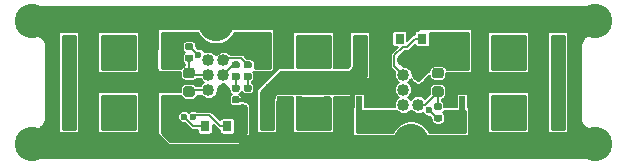
<source format=gbr>
G04 #@! TF.GenerationSoftware,KiCad,Pcbnew,(5.1.4)-1*
G04 #@! TF.CreationDate,2020-08-30T22:03:12-07:00*
G04 #@! TF.ProjectId,SkateLightBackLEDBoard,536b6174-654c-4696-9768-744261636b4c,rev?*
G04 #@! TF.SameCoordinates,Original*
G04 #@! TF.FileFunction,Copper,L1,Top*
G04 #@! TF.FilePolarity,Positive*
%FSLAX46Y46*%
G04 Gerber Fmt 4.6, Leading zero omitted, Abs format (unit mm)*
G04 Created by KiCad (PCBNEW (5.1.4)-1) date 2020-08-30 22:03:12*
%MOMM*%
%LPD*%
G04 APERTURE LIST*
%ADD10R,0.500000X2.700000*%
%ADD11R,1.000000X2.700000*%
%ADD12C,0.100000*%
%ADD13C,0.590000*%
%ADD14C,0.875000*%
%ADD15R,0.800000X0.900000*%
%ADD16C,1.016000*%
%ADD17C,2.921000*%
%ADD18C,0.600000*%
%ADD19C,0.200000*%
%ADD20C,0.500000*%
%ADD21C,0.350000*%
%ADD22C,1.000000*%
%ADD23C,0.152400*%
%ADD24C,0.254000*%
G04 APERTURE END LIST*
D10*
X-20400000Y2540000D03*
X-17700000Y2540000D03*
D11*
X-19050000Y2540000D03*
D12*
G36*
X10727958Y-2730710D02*
G01*
X10742276Y-2732834D01*
X10756317Y-2736351D01*
X10769946Y-2741228D01*
X10783031Y-2747417D01*
X10795447Y-2754858D01*
X10807073Y-2763481D01*
X10817798Y-2773202D01*
X10827519Y-2783927D01*
X10836142Y-2795553D01*
X10843583Y-2807969D01*
X10849772Y-2821054D01*
X10854649Y-2834683D01*
X10858166Y-2848724D01*
X10860290Y-2863042D01*
X10861000Y-2877500D01*
X10861000Y-3172500D01*
X10860290Y-3186958D01*
X10858166Y-3201276D01*
X10854649Y-3215317D01*
X10849772Y-3228946D01*
X10843583Y-3242031D01*
X10836142Y-3254447D01*
X10827519Y-3266073D01*
X10817798Y-3276798D01*
X10807073Y-3286519D01*
X10795447Y-3295142D01*
X10783031Y-3302583D01*
X10769946Y-3308772D01*
X10756317Y-3313649D01*
X10742276Y-3317166D01*
X10727958Y-3319290D01*
X10713500Y-3320000D01*
X10368500Y-3320000D01*
X10354042Y-3319290D01*
X10339724Y-3317166D01*
X10325683Y-3313649D01*
X10312054Y-3308772D01*
X10298969Y-3302583D01*
X10286553Y-3295142D01*
X10274927Y-3286519D01*
X10264202Y-3276798D01*
X10254481Y-3266073D01*
X10245858Y-3254447D01*
X10238417Y-3242031D01*
X10232228Y-3228946D01*
X10227351Y-3215317D01*
X10223834Y-3201276D01*
X10221710Y-3186958D01*
X10221000Y-3172500D01*
X10221000Y-2877500D01*
X10221710Y-2863042D01*
X10223834Y-2848724D01*
X10227351Y-2834683D01*
X10232228Y-2821054D01*
X10238417Y-2807969D01*
X10245858Y-2795553D01*
X10254481Y-2783927D01*
X10264202Y-2773202D01*
X10274927Y-2763481D01*
X10286553Y-2754858D01*
X10298969Y-2747417D01*
X10312054Y-2741228D01*
X10325683Y-2736351D01*
X10339724Y-2732834D01*
X10354042Y-2730710D01*
X10368500Y-2730000D01*
X10713500Y-2730000D01*
X10727958Y-2730710D01*
X10727958Y-2730710D01*
G37*
D13*
X10541000Y-3025000D03*
D12*
G36*
X10727958Y-1760710D02*
G01*
X10742276Y-1762834D01*
X10756317Y-1766351D01*
X10769946Y-1771228D01*
X10783031Y-1777417D01*
X10795447Y-1784858D01*
X10807073Y-1793481D01*
X10817798Y-1803202D01*
X10827519Y-1813927D01*
X10836142Y-1825553D01*
X10843583Y-1837969D01*
X10849772Y-1851054D01*
X10854649Y-1864683D01*
X10858166Y-1878724D01*
X10860290Y-1893042D01*
X10861000Y-1907500D01*
X10861000Y-2202500D01*
X10860290Y-2216958D01*
X10858166Y-2231276D01*
X10854649Y-2245317D01*
X10849772Y-2258946D01*
X10843583Y-2272031D01*
X10836142Y-2284447D01*
X10827519Y-2296073D01*
X10817798Y-2306798D01*
X10807073Y-2316519D01*
X10795447Y-2325142D01*
X10783031Y-2332583D01*
X10769946Y-2338772D01*
X10756317Y-2343649D01*
X10742276Y-2347166D01*
X10727958Y-2349290D01*
X10713500Y-2350000D01*
X10368500Y-2350000D01*
X10354042Y-2349290D01*
X10339724Y-2347166D01*
X10325683Y-2343649D01*
X10312054Y-2338772D01*
X10298969Y-2332583D01*
X10286553Y-2325142D01*
X10274927Y-2316519D01*
X10264202Y-2306798D01*
X10254481Y-2296073D01*
X10245858Y-2284447D01*
X10238417Y-2272031D01*
X10232228Y-2258946D01*
X10227351Y-2245317D01*
X10223834Y-2231276D01*
X10221710Y-2216958D01*
X10221000Y-2202500D01*
X10221000Y-1907500D01*
X10221710Y-1893042D01*
X10223834Y-1878724D01*
X10227351Y-1864683D01*
X10232228Y-1851054D01*
X10238417Y-1837969D01*
X10245858Y-1825553D01*
X10254481Y-1813927D01*
X10264202Y-1803202D01*
X10274927Y-1793481D01*
X10286553Y-1784858D01*
X10298969Y-1777417D01*
X10312054Y-1771228D01*
X10325683Y-1766351D01*
X10339724Y-1762834D01*
X10354042Y-1760710D01*
X10368500Y-1760000D01*
X10713500Y-1760000D01*
X10727958Y-1760710D01*
X10727958Y-1760710D01*
G37*
D13*
X10541000Y-2055000D03*
D12*
G36*
X10818691Y-351053D02*
G01*
X10839926Y-354203D01*
X10860750Y-359419D01*
X10880962Y-366651D01*
X10900368Y-375830D01*
X10918781Y-386866D01*
X10936024Y-399654D01*
X10951930Y-414070D01*
X10966346Y-429976D01*
X10979134Y-447219D01*
X10990170Y-465632D01*
X10999349Y-485038D01*
X11006581Y-505250D01*
X11011797Y-526074D01*
X11014947Y-547309D01*
X11016000Y-568750D01*
X11016000Y-1006250D01*
X11014947Y-1027691D01*
X11011797Y-1048926D01*
X11006581Y-1069750D01*
X10999349Y-1089962D01*
X10990170Y-1109368D01*
X10979134Y-1127781D01*
X10966346Y-1145024D01*
X10951930Y-1160930D01*
X10936024Y-1175346D01*
X10918781Y-1188134D01*
X10900368Y-1199170D01*
X10880962Y-1208349D01*
X10860750Y-1215581D01*
X10839926Y-1220797D01*
X10818691Y-1223947D01*
X10797250Y-1225000D01*
X10284750Y-1225000D01*
X10263309Y-1223947D01*
X10242074Y-1220797D01*
X10221250Y-1215581D01*
X10201038Y-1208349D01*
X10181632Y-1199170D01*
X10163219Y-1188134D01*
X10145976Y-1175346D01*
X10130070Y-1160930D01*
X10115654Y-1145024D01*
X10102866Y-1127781D01*
X10091830Y-1109368D01*
X10082651Y-1089962D01*
X10075419Y-1069750D01*
X10070203Y-1048926D01*
X10067053Y-1027691D01*
X10066000Y-1006250D01*
X10066000Y-568750D01*
X10067053Y-547309D01*
X10070203Y-526074D01*
X10075419Y-505250D01*
X10082651Y-485038D01*
X10091830Y-465632D01*
X10102866Y-447219D01*
X10115654Y-429976D01*
X10130070Y-414070D01*
X10145976Y-399654D01*
X10163219Y-386866D01*
X10181632Y-375830D01*
X10201038Y-366651D01*
X10221250Y-359419D01*
X10242074Y-354203D01*
X10263309Y-351053D01*
X10284750Y-350000D01*
X10797250Y-350000D01*
X10818691Y-351053D01*
X10818691Y-351053D01*
G37*
D14*
X10541000Y-787500D03*
D12*
G36*
X10818691Y1223947D02*
G01*
X10839926Y1220797D01*
X10860750Y1215581D01*
X10880962Y1208349D01*
X10900368Y1199170D01*
X10918781Y1188134D01*
X10936024Y1175346D01*
X10951930Y1160930D01*
X10966346Y1145024D01*
X10979134Y1127781D01*
X10990170Y1109368D01*
X10999349Y1089962D01*
X11006581Y1069750D01*
X11011797Y1048926D01*
X11014947Y1027691D01*
X11016000Y1006250D01*
X11016000Y568750D01*
X11014947Y547309D01*
X11011797Y526074D01*
X11006581Y505250D01*
X10999349Y485038D01*
X10990170Y465632D01*
X10979134Y447219D01*
X10966346Y429976D01*
X10951930Y414070D01*
X10936024Y399654D01*
X10918781Y386866D01*
X10900368Y375830D01*
X10880962Y366651D01*
X10860750Y359419D01*
X10839926Y354203D01*
X10818691Y351053D01*
X10797250Y350000D01*
X10284750Y350000D01*
X10263309Y351053D01*
X10242074Y354203D01*
X10221250Y359419D01*
X10201038Y366651D01*
X10181632Y375830D01*
X10163219Y386866D01*
X10145976Y399654D01*
X10130070Y414070D01*
X10115654Y429976D01*
X10102866Y447219D01*
X10091830Y465632D01*
X10082651Y485038D01*
X10075419Y505250D01*
X10070203Y526074D01*
X10067053Y547309D01*
X10066000Y568750D01*
X10066000Y1006250D01*
X10067053Y1027691D01*
X10070203Y1048926D01*
X10075419Y1069750D01*
X10082651Y1089962D01*
X10091830Y1109368D01*
X10102866Y1127781D01*
X10115654Y1145024D01*
X10130070Y1160930D01*
X10145976Y1175346D01*
X10163219Y1188134D01*
X10181632Y1199170D01*
X10201038Y1208349D01*
X10221250Y1215581D01*
X10242074Y1220797D01*
X10263309Y1223947D01*
X10284750Y1225000D01*
X10797250Y1225000D01*
X10818691Y1223947D01*
X10818691Y1223947D01*
G37*
D14*
X10541000Y787500D03*
D15*
X8255000Y5699000D03*
X9205000Y3699000D03*
X7305000Y3699000D03*
D16*
X7620000Y-1905000D03*
X8890000Y-1905000D03*
X7620000Y-635000D03*
X8890000Y-635000D03*
X7620000Y635000D03*
X8890000Y635000D03*
X7620000Y1905000D03*
X8890000Y1905000D03*
D17*
X8255000Y-4953000D03*
X-8255000Y4953000D03*
D16*
X-8890000Y-1905000D03*
X-7620000Y-1905000D03*
X-8890000Y-635000D03*
X-7620000Y-635000D03*
X-8890000Y635000D03*
X-7620000Y635000D03*
X-8890000Y1905000D03*
X-7620000Y1905000D03*
D17*
X23812500Y5207000D03*
X23812500Y-5207000D03*
X-23812500Y5207000D03*
X-23812500Y-5207000D03*
D15*
X-8255000Y-5699000D03*
X-9205000Y-3699000D03*
X-7305000Y-3699000D03*
D12*
G36*
X-5373702Y1762850D02*
G01*
X-5359384Y1760726D01*
X-5345343Y1757209D01*
X-5331714Y1752332D01*
X-5318629Y1746143D01*
X-5306213Y1738702D01*
X-5294587Y1730079D01*
X-5283862Y1720358D01*
X-5274141Y1709633D01*
X-5265518Y1698007D01*
X-5258077Y1685591D01*
X-5251888Y1672506D01*
X-5247011Y1658877D01*
X-5243494Y1644836D01*
X-5241370Y1630518D01*
X-5240660Y1616060D01*
X-5240660Y1321060D01*
X-5241370Y1306602D01*
X-5243494Y1292284D01*
X-5247011Y1278243D01*
X-5251888Y1264614D01*
X-5258077Y1251529D01*
X-5265518Y1239113D01*
X-5274141Y1227487D01*
X-5283862Y1216762D01*
X-5294587Y1207041D01*
X-5306213Y1198418D01*
X-5318629Y1190977D01*
X-5331714Y1184788D01*
X-5345343Y1179911D01*
X-5359384Y1176394D01*
X-5373702Y1174270D01*
X-5388160Y1173560D01*
X-5733160Y1173560D01*
X-5747618Y1174270D01*
X-5761936Y1176394D01*
X-5775977Y1179911D01*
X-5789606Y1184788D01*
X-5802691Y1190977D01*
X-5815107Y1198418D01*
X-5826733Y1207041D01*
X-5837458Y1216762D01*
X-5847179Y1227487D01*
X-5855802Y1239113D01*
X-5863243Y1251529D01*
X-5869432Y1264614D01*
X-5874309Y1278243D01*
X-5877826Y1292284D01*
X-5879950Y1306602D01*
X-5880660Y1321060D01*
X-5880660Y1616060D01*
X-5879950Y1630518D01*
X-5877826Y1644836D01*
X-5874309Y1658877D01*
X-5869432Y1672506D01*
X-5863243Y1685591D01*
X-5855802Y1698007D01*
X-5847179Y1709633D01*
X-5837458Y1720358D01*
X-5826733Y1730079D01*
X-5815107Y1738702D01*
X-5802691Y1746143D01*
X-5789606Y1752332D01*
X-5775977Y1757209D01*
X-5761936Y1760726D01*
X-5747618Y1762850D01*
X-5733160Y1763560D01*
X-5388160Y1763560D01*
X-5373702Y1762850D01*
X-5373702Y1762850D01*
G37*
D13*
X-5560660Y1468560D03*
D12*
G36*
X-5373702Y792850D02*
G01*
X-5359384Y790726D01*
X-5345343Y787209D01*
X-5331714Y782332D01*
X-5318629Y776143D01*
X-5306213Y768702D01*
X-5294587Y760079D01*
X-5283862Y750358D01*
X-5274141Y739633D01*
X-5265518Y728007D01*
X-5258077Y715591D01*
X-5251888Y702506D01*
X-5247011Y688877D01*
X-5243494Y674836D01*
X-5241370Y660518D01*
X-5240660Y646060D01*
X-5240660Y351060D01*
X-5241370Y336602D01*
X-5243494Y322284D01*
X-5247011Y308243D01*
X-5251888Y294614D01*
X-5258077Y281529D01*
X-5265518Y269113D01*
X-5274141Y257487D01*
X-5283862Y246762D01*
X-5294587Y237041D01*
X-5306213Y228418D01*
X-5318629Y220977D01*
X-5331714Y214788D01*
X-5345343Y209911D01*
X-5359384Y206394D01*
X-5373702Y204270D01*
X-5388160Y203560D01*
X-5733160Y203560D01*
X-5747618Y204270D01*
X-5761936Y206394D01*
X-5775977Y209911D01*
X-5789606Y214788D01*
X-5802691Y220977D01*
X-5815107Y228418D01*
X-5826733Y237041D01*
X-5837458Y246762D01*
X-5847179Y257487D01*
X-5855802Y269113D01*
X-5863243Y281529D01*
X-5869432Y294614D01*
X-5874309Y308243D01*
X-5877826Y322284D01*
X-5879950Y336602D01*
X-5880660Y351060D01*
X-5880660Y646060D01*
X-5879950Y660518D01*
X-5877826Y674836D01*
X-5874309Y688877D01*
X-5869432Y702506D01*
X-5863243Y715591D01*
X-5855802Y728007D01*
X-5847179Y739633D01*
X-5837458Y750358D01*
X-5826733Y760079D01*
X-5815107Y768702D01*
X-5802691Y776143D01*
X-5789606Y782332D01*
X-5775977Y787209D01*
X-5761936Y790726D01*
X-5747618Y792850D01*
X-5733160Y793560D01*
X-5388160Y793560D01*
X-5373702Y792850D01*
X-5373702Y792850D01*
G37*
D13*
X-5560660Y498560D03*
D12*
G36*
X-6389702Y1762850D02*
G01*
X-6375384Y1760726D01*
X-6361343Y1757209D01*
X-6347714Y1752332D01*
X-6334629Y1746143D01*
X-6322213Y1738702D01*
X-6310587Y1730079D01*
X-6299862Y1720358D01*
X-6290141Y1709633D01*
X-6281518Y1698007D01*
X-6274077Y1685591D01*
X-6267888Y1672506D01*
X-6263011Y1658877D01*
X-6259494Y1644836D01*
X-6257370Y1630518D01*
X-6256660Y1616060D01*
X-6256660Y1321060D01*
X-6257370Y1306602D01*
X-6259494Y1292284D01*
X-6263011Y1278243D01*
X-6267888Y1264614D01*
X-6274077Y1251529D01*
X-6281518Y1239113D01*
X-6290141Y1227487D01*
X-6299862Y1216762D01*
X-6310587Y1207041D01*
X-6322213Y1198418D01*
X-6334629Y1190977D01*
X-6347714Y1184788D01*
X-6361343Y1179911D01*
X-6375384Y1176394D01*
X-6389702Y1174270D01*
X-6404160Y1173560D01*
X-6749160Y1173560D01*
X-6763618Y1174270D01*
X-6777936Y1176394D01*
X-6791977Y1179911D01*
X-6805606Y1184788D01*
X-6818691Y1190977D01*
X-6831107Y1198418D01*
X-6842733Y1207041D01*
X-6853458Y1216762D01*
X-6863179Y1227487D01*
X-6871802Y1239113D01*
X-6879243Y1251529D01*
X-6885432Y1264614D01*
X-6890309Y1278243D01*
X-6893826Y1292284D01*
X-6895950Y1306602D01*
X-6896660Y1321060D01*
X-6896660Y1616060D01*
X-6895950Y1630518D01*
X-6893826Y1644836D01*
X-6890309Y1658877D01*
X-6885432Y1672506D01*
X-6879243Y1685591D01*
X-6871802Y1698007D01*
X-6863179Y1709633D01*
X-6853458Y1720358D01*
X-6842733Y1730079D01*
X-6831107Y1738702D01*
X-6818691Y1746143D01*
X-6805606Y1752332D01*
X-6791977Y1757209D01*
X-6777936Y1760726D01*
X-6763618Y1762850D01*
X-6749160Y1763560D01*
X-6404160Y1763560D01*
X-6389702Y1762850D01*
X-6389702Y1762850D01*
G37*
D13*
X-6576660Y1468560D03*
D12*
G36*
X-6389702Y792850D02*
G01*
X-6375384Y790726D01*
X-6361343Y787209D01*
X-6347714Y782332D01*
X-6334629Y776143D01*
X-6322213Y768702D01*
X-6310587Y760079D01*
X-6299862Y750358D01*
X-6290141Y739633D01*
X-6281518Y728007D01*
X-6274077Y715591D01*
X-6267888Y702506D01*
X-6263011Y688877D01*
X-6259494Y674836D01*
X-6257370Y660518D01*
X-6256660Y646060D01*
X-6256660Y351060D01*
X-6257370Y336602D01*
X-6259494Y322284D01*
X-6263011Y308243D01*
X-6267888Y294614D01*
X-6274077Y281529D01*
X-6281518Y269113D01*
X-6290141Y257487D01*
X-6299862Y246762D01*
X-6310587Y237041D01*
X-6322213Y228418D01*
X-6334629Y220977D01*
X-6347714Y214788D01*
X-6361343Y209911D01*
X-6375384Y206394D01*
X-6389702Y204270D01*
X-6404160Y203560D01*
X-6749160Y203560D01*
X-6763618Y204270D01*
X-6777936Y206394D01*
X-6791977Y209911D01*
X-6805606Y214788D01*
X-6818691Y220977D01*
X-6831107Y228418D01*
X-6842733Y237041D01*
X-6853458Y246762D01*
X-6863179Y257487D01*
X-6871802Y269113D01*
X-6879243Y281529D01*
X-6885432Y294614D01*
X-6890309Y308243D01*
X-6893826Y322284D01*
X-6895950Y336602D01*
X-6896660Y351060D01*
X-6896660Y646060D01*
X-6895950Y660518D01*
X-6893826Y674836D01*
X-6890309Y688877D01*
X-6885432Y702506D01*
X-6879243Y715591D01*
X-6871802Y728007D01*
X-6863179Y739633D01*
X-6853458Y750358D01*
X-6842733Y760079D01*
X-6831107Y768702D01*
X-6818691Y776143D01*
X-6805606Y782332D01*
X-6791977Y787209D01*
X-6777936Y790726D01*
X-6763618Y792850D01*
X-6749160Y793560D01*
X-6404160Y793560D01*
X-6389702Y792850D01*
X-6389702Y792850D01*
G37*
D13*
X-6576660Y498560D03*
D12*
G36*
X-10263309Y1223947D02*
G01*
X-10242074Y1220797D01*
X-10221250Y1215581D01*
X-10201038Y1208349D01*
X-10181632Y1199170D01*
X-10163219Y1188134D01*
X-10145976Y1175346D01*
X-10130070Y1160930D01*
X-10115654Y1145024D01*
X-10102866Y1127781D01*
X-10091830Y1109368D01*
X-10082651Y1089962D01*
X-10075419Y1069750D01*
X-10070203Y1048926D01*
X-10067053Y1027691D01*
X-10066000Y1006250D01*
X-10066000Y568750D01*
X-10067053Y547309D01*
X-10070203Y526074D01*
X-10075419Y505250D01*
X-10082651Y485038D01*
X-10091830Y465632D01*
X-10102866Y447219D01*
X-10115654Y429976D01*
X-10130070Y414070D01*
X-10145976Y399654D01*
X-10163219Y386866D01*
X-10181632Y375830D01*
X-10201038Y366651D01*
X-10221250Y359419D01*
X-10242074Y354203D01*
X-10263309Y351053D01*
X-10284750Y350000D01*
X-10797250Y350000D01*
X-10818691Y351053D01*
X-10839926Y354203D01*
X-10860750Y359419D01*
X-10880962Y366651D01*
X-10900368Y375830D01*
X-10918781Y386866D01*
X-10936024Y399654D01*
X-10951930Y414070D01*
X-10966346Y429976D01*
X-10979134Y447219D01*
X-10990170Y465632D01*
X-10999349Y485038D01*
X-11006581Y505250D01*
X-11011797Y526074D01*
X-11014947Y547309D01*
X-11016000Y568750D01*
X-11016000Y1006250D01*
X-11014947Y1027691D01*
X-11011797Y1048926D01*
X-11006581Y1069750D01*
X-10999349Y1089962D01*
X-10990170Y1109368D01*
X-10979134Y1127781D01*
X-10966346Y1145024D01*
X-10951930Y1160930D01*
X-10936024Y1175346D01*
X-10918781Y1188134D01*
X-10900368Y1199170D01*
X-10880962Y1208349D01*
X-10860750Y1215581D01*
X-10839926Y1220797D01*
X-10818691Y1223947D01*
X-10797250Y1225000D01*
X-10284750Y1225000D01*
X-10263309Y1223947D01*
X-10263309Y1223947D01*
G37*
D14*
X-10541000Y787500D03*
D12*
G36*
X-10263309Y-351053D02*
G01*
X-10242074Y-354203D01*
X-10221250Y-359419D01*
X-10201038Y-366651D01*
X-10181632Y-375830D01*
X-10163219Y-386866D01*
X-10145976Y-399654D01*
X-10130070Y-414070D01*
X-10115654Y-429976D01*
X-10102866Y-447219D01*
X-10091830Y-465632D01*
X-10082651Y-485038D01*
X-10075419Y-505250D01*
X-10070203Y-526074D01*
X-10067053Y-547309D01*
X-10066000Y-568750D01*
X-10066000Y-1006250D01*
X-10067053Y-1027691D01*
X-10070203Y-1048926D01*
X-10075419Y-1069750D01*
X-10082651Y-1089962D01*
X-10091830Y-1109368D01*
X-10102866Y-1127781D01*
X-10115654Y-1145024D01*
X-10130070Y-1160930D01*
X-10145976Y-1175346D01*
X-10163219Y-1188134D01*
X-10181632Y-1199170D01*
X-10201038Y-1208349D01*
X-10221250Y-1215581D01*
X-10242074Y-1220797D01*
X-10263309Y-1223947D01*
X-10284750Y-1225000D01*
X-10797250Y-1225000D01*
X-10818691Y-1223947D01*
X-10839926Y-1220797D01*
X-10860750Y-1215581D01*
X-10880962Y-1208349D01*
X-10900368Y-1199170D01*
X-10918781Y-1188134D01*
X-10936024Y-1175346D01*
X-10951930Y-1160930D01*
X-10966346Y-1145024D01*
X-10979134Y-1127781D01*
X-10990170Y-1109368D01*
X-10999349Y-1089962D01*
X-11006581Y-1069750D01*
X-11011797Y-1048926D01*
X-11014947Y-1027691D01*
X-11016000Y-1006250D01*
X-11016000Y-568750D01*
X-11014947Y-547309D01*
X-11011797Y-526074D01*
X-11006581Y-505250D01*
X-10999349Y-485038D01*
X-10990170Y-465632D01*
X-10979134Y-447219D01*
X-10966346Y-429976D01*
X-10951930Y-414070D01*
X-10936024Y-399654D01*
X-10918781Y-386866D01*
X-10900368Y-375830D01*
X-10880962Y-366651D01*
X-10860750Y-359419D01*
X-10839926Y-354203D01*
X-10818691Y-351053D01*
X-10797250Y-350000D01*
X-10284750Y-350000D01*
X-10263309Y-351053D01*
X-10263309Y-351053D01*
G37*
D14*
X-10541000Y-787500D03*
D12*
G36*
X-10354042Y3319290D02*
G01*
X-10339724Y3317166D01*
X-10325683Y3313649D01*
X-10312054Y3308772D01*
X-10298969Y3302583D01*
X-10286553Y3295142D01*
X-10274927Y3286519D01*
X-10264202Y3276798D01*
X-10254481Y3266073D01*
X-10245858Y3254447D01*
X-10238417Y3242031D01*
X-10232228Y3228946D01*
X-10227351Y3215317D01*
X-10223834Y3201276D01*
X-10221710Y3186958D01*
X-10221000Y3172500D01*
X-10221000Y2877500D01*
X-10221710Y2863042D01*
X-10223834Y2848724D01*
X-10227351Y2834683D01*
X-10232228Y2821054D01*
X-10238417Y2807969D01*
X-10245858Y2795553D01*
X-10254481Y2783927D01*
X-10264202Y2773202D01*
X-10274927Y2763481D01*
X-10286553Y2754858D01*
X-10298969Y2747417D01*
X-10312054Y2741228D01*
X-10325683Y2736351D01*
X-10339724Y2732834D01*
X-10354042Y2730710D01*
X-10368500Y2730000D01*
X-10713500Y2730000D01*
X-10727958Y2730710D01*
X-10742276Y2732834D01*
X-10756317Y2736351D01*
X-10769946Y2741228D01*
X-10783031Y2747417D01*
X-10795447Y2754858D01*
X-10807073Y2763481D01*
X-10817798Y2773202D01*
X-10827519Y2783927D01*
X-10836142Y2795553D01*
X-10843583Y2807969D01*
X-10849772Y2821054D01*
X-10854649Y2834683D01*
X-10858166Y2848724D01*
X-10860290Y2863042D01*
X-10861000Y2877500D01*
X-10861000Y3172500D01*
X-10860290Y3186958D01*
X-10858166Y3201276D01*
X-10854649Y3215317D01*
X-10849772Y3228946D01*
X-10843583Y3242031D01*
X-10836142Y3254447D01*
X-10827519Y3266073D01*
X-10817798Y3276798D01*
X-10807073Y3286519D01*
X-10795447Y3295142D01*
X-10783031Y3302583D01*
X-10769946Y3308772D01*
X-10756317Y3313649D01*
X-10742276Y3317166D01*
X-10727958Y3319290D01*
X-10713500Y3320000D01*
X-10368500Y3320000D01*
X-10354042Y3319290D01*
X-10354042Y3319290D01*
G37*
D13*
X-10541000Y3025000D03*
D12*
G36*
X-10354042Y2349290D02*
G01*
X-10339724Y2347166D01*
X-10325683Y2343649D01*
X-10312054Y2338772D01*
X-10298969Y2332583D01*
X-10286553Y2325142D01*
X-10274927Y2316519D01*
X-10264202Y2306798D01*
X-10254481Y2296073D01*
X-10245858Y2284447D01*
X-10238417Y2272031D01*
X-10232228Y2258946D01*
X-10227351Y2245317D01*
X-10223834Y2231276D01*
X-10221710Y2216958D01*
X-10221000Y2202500D01*
X-10221000Y1907500D01*
X-10221710Y1893042D01*
X-10223834Y1878724D01*
X-10227351Y1864683D01*
X-10232228Y1851054D01*
X-10238417Y1837969D01*
X-10245858Y1825553D01*
X-10254481Y1813927D01*
X-10264202Y1803202D01*
X-10274927Y1793481D01*
X-10286553Y1784858D01*
X-10298969Y1777417D01*
X-10312054Y1771228D01*
X-10325683Y1766351D01*
X-10339724Y1762834D01*
X-10354042Y1760710D01*
X-10368500Y1760000D01*
X-10713500Y1760000D01*
X-10727958Y1760710D01*
X-10742276Y1762834D01*
X-10756317Y1766351D01*
X-10769946Y1771228D01*
X-10783031Y1777417D01*
X-10795447Y1784858D01*
X-10807073Y1793481D01*
X-10817798Y1803202D01*
X-10827519Y1813927D01*
X-10836142Y1825553D01*
X-10843583Y1837969D01*
X-10849772Y1851054D01*
X-10854649Y1864683D01*
X-10858166Y1878724D01*
X-10860290Y1893042D01*
X-10861000Y1907500D01*
X-10861000Y2202500D01*
X-10860290Y2216958D01*
X-10858166Y2231276D01*
X-10854649Y2245317D01*
X-10849772Y2258946D01*
X-10843583Y2272031D01*
X-10836142Y2284447D01*
X-10827519Y2296073D01*
X-10817798Y2306798D01*
X-10807073Y2316519D01*
X-10795447Y2325142D01*
X-10783031Y2332583D01*
X-10769946Y2338772D01*
X-10756317Y2343649D01*
X-10742276Y2347166D01*
X-10727958Y2349290D01*
X-10713500Y2350000D01*
X-10368500Y2350000D01*
X-10354042Y2349290D01*
X-10354042Y2349290D01*
G37*
D13*
X-10541000Y2055000D03*
D12*
G36*
X-5373702Y-1175650D02*
G01*
X-5359384Y-1177774D01*
X-5345343Y-1181291D01*
X-5331714Y-1186168D01*
X-5318629Y-1192357D01*
X-5306213Y-1199798D01*
X-5294587Y-1208421D01*
X-5283862Y-1218142D01*
X-5274141Y-1228867D01*
X-5265518Y-1240493D01*
X-5258077Y-1252909D01*
X-5251888Y-1265994D01*
X-5247011Y-1279623D01*
X-5243494Y-1293664D01*
X-5241370Y-1307982D01*
X-5240660Y-1322440D01*
X-5240660Y-1617440D01*
X-5241370Y-1631898D01*
X-5243494Y-1646216D01*
X-5247011Y-1660257D01*
X-5251888Y-1673886D01*
X-5258077Y-1686971D01*
X-5265518Y-1699387D01*
X-5274141Y-1711013D01*
X-5283862Y-1721738D01*
X-5294587Y-1731459D01*
X-5306213Y-1740082D01*
X-5318629Y-1747523D01*
X-5331714Y-1753712D01*
X-5345343Y-1758589D01*
X-5359384Y-1762106D01*
X-5373702Y-1764230D01*
X-5388160Y-1764940D01*
X-5733160Y-1764940D01*
X-5747618Y-1764230D01*
X-5761936Y-1762106D01*
X-5775977Y-1758589D01*
X-5789606Y-1753712D01*
X-5802691Y-1747523D01*
X-5815107Y-1740082D01*
X-5826733Y-1731459D01*
X-5837458Y-1721738D01*
X-5847179Y-1711013D01*
X-5855802Y-1699387D01*
X-5863243Y-1686971D01*
X-5869432Y-1673886D01*
X-5874309Y-1660257D01*
X-5877826Y-1646216D01*
X-5879950Y-1631898D01*
X-5880660Y-1617440D01*
X-5880660Y-1322440D01*
X-5879950Y-1307982D01*
X-5877826Y-1293664D01*
X-5874309Y-1279623D01*
X-5869432Y-1265994D01*
X-5863243Y-1252909D01*
X-5855802Y-1240493D01*
X-5847179Y-1228867D01*
X-5837458Y-1218142D01*
X-5826733Y-1208421D01*
X-5815107Y-1199798D01*
X-5802691Y-1192357D01*
X-5789606Y-1186168D01*
X-5775977Y-1181291D01*
X-5761936Y-1177774D01*
X-5747618Y-1175650D01*
X-5733160Y-1174940D01*
X-5388160Y-1174940D01*
X-5373702Y-1175650D01*
X-5373702Y-1175650D01*
G37*
D13*
X-5560660Y-1469940D03*
D12*
G36*
X-5373702Y-205650D02*
G01*
X-5359384Y-207774D01*
X-5345343Y-211291D01*
X-5331714Y-216168D01*
X-5318629Y-222357D01*
X-5306213Y-229798D01*
X-5294587Y-238421D01*
X-5283862Y-248142D01*
X-5274141Y-258867D01*
X-5265518Y-270493D01*
X-5258077Y-282909D01*
X-5251888Y-295994D01*
X-5247011Y-309623D01*
X-5243494Y-323664D01*
X-5241370Y-337982D01*
X-5240660Y-352440D01*
X-5240660Y-647440D01*
X-5241370Y-661898D01*
X-5243494Y-676216D01*
X-5247011Y-690257D01*
X-5251888Y-703886D01*
X-5258077Y-716971D01*
X-5265518Y-729387D01*
X-5274141Y-741013D01*
X-5283862Y-751738D01*
X-5294587Y-761459D01*
X-5306213Y-770082D01*
X-5318629Y-777523D01*
X-5331714Y-783712D01*
X-5345343Y-788589D01*
X-5359384Y-792106D01*
X-5373702Y-794230D01*
X-5388160Y-794940D01*
X-5733160Y-794940D01*
X-5747618Y-794230D01*
X-5761936Y-792106D01*
X-5775977Y-788589D01*
X-5789606Y-783712D01*
X-5802691Y-777523D01*
X-5815107Y-770082D01*
X-5826733Y-761459D01*
X-5837458Y-751738D01*
X-5847179Y-741013D01*
X-5855802Y-729387D01*
X-5863243Y-716971D01*
X-5869432Y-703886D01*
X-5874309Y-690257D01*
X-5877826Y-676216D01*
X-5879950Y-661898D01*
X-5880660Y-647440D01*
X-5880660Y-352440D01*
X-5879950Y-337982D01*
X-5877826Y-323664D01*
X-5874309Y-309623D01*
X-5869432Y-295994D01*
X-5863243Y-282909D01*
X-5855802Y-270493D01*
X-5847179Y-258867D01*
X-5837458Y-248142D01*
X-5826733Y-238421D01*
X-5815107Y-229798D01*
X-5802691Y-222357D01*
X-5789606Y-216168D01*
X-5775977Y-211291D01*
X-5761936Y-207774D01*
X-5747618Y-205650D01*
X-5733160Y-204940D01*
X-5388160Y-204940D01*
X-5373702Y-205650D01*
X-5373702Y-205650D01*
G37*
D13*
X-5560660Y-499940D03*
D12*
G36*
X-6389702Y-1175650D02*
G01*
X-6375384Y-1177774D01*
X-6361343Y-1181291D01*
X-6347714Y-1186168D01*
X-6334629Y-1192357D01*
X-6322213Y-1199798D01*
X-6310587Y-1208421D01*
X-6299862Y-1218142D01*
X-6290141Y-1228867D01*
X-6281518Y-1240493D01*
X-6274077Y-1252909D01*
X-6267888Y-1265994D01*
X-6263011Y-1279623D01*
X-6259494Y-1293664D01*
X-6257370Y-1307982D01*
X-6256660Y-1322440D01*
X-6256660Y-1617440D01*
X-6257370Y-1631898D01*
X-6259494Y-1646216D01*
X-6263011Y-1660257D01*
X-6267888Y-1673886D01*
X-6274077Y-1686971D01*
X-6281518Y-1699387D01*
X-6290141Y-1711013D01*
X-6299862Y-1721738D01*
X-6310587Y-1731459D01*
X-6322213Y-1740082D01*
X-6334629Y-1747523D01*
X-6347714Y-1753712D01*
X-6361343Y-1758589D01*
X-6375384Y-1762106D01*
X-6389702Y-1764230D01*
X-6404160Y-1764940D01*
X-6749160Y-1764940D01*
X-6763618Y-1764230D01*
X-6777936Y-1762106D01*
X-6791977Y-1758589D01*
X-6805606Y-1753712D01*
X-6818691Y-1747523D01*
X-6831107Y-1740082D01*
X-6842733Y-1731459D01*
X-6853458Y-1721738D01*
X-6863179Y-1711013D01*
X-6871802Y-1699387D01*
X-6879243Y-1686971D01*
X-6885432Y-1673886D01*
X-6890309Y-1660257D01*
X-6893826Y-1646216D01*
X-6895950Y-1631898D01*
X-6896660Y-1617440D01*
X-6896660Y-1322440D01*
X-6895950Y-1307982D01*
X-6893826Y-1293664D01*
X-6890309Y-1279623D01*
X-6885432Y-1265994D01*
X-6879243Y-1252909D01*
X-6871802Y-1240493D01*
X-6863179Y-1228867D01*
X-6853458Y-1218142D01*
X-6842733Y-1208421D01*
X-6831107Y-1199798D01*
X-6818691Y-1192357D01*
X-6805606Y-1186168D01*
X-6791977Y-1181291D01*
X-6777936Y-1177774D01*
X-6763618Y-1175650D01*
X-6749160Y-1174940D01*
X-6404160Y-1174940D01*
X-6389702Y-1175650D01*
X-6389702Y-1175650D01*
G37*
D13*
X-6576660Y-1469940D03*
D12*
G36*
X-6389702Y-205650D02*
G01*
X-6375384Y-207774D01*
X-6361343Y-211291D01*
X-6347714Y-216168D01*
X-6334629Y-222357D01*
X-6322213Y-229798D01*
X-6310587Y-238421D01*
X-6299862Y-248142D01*
X-6290141Y-258867D01*
X-6281518Y-270493D01*
X-6274077Y-282909D01*
X-6267888Y-295994D01*
X-6263011Y-309623D01*
X-6259494Y-323664D01*
X-6257370Y-337982D01*
X-6256660Y-352440D01*
X-6256660Y-647440D01*
X-6257370Y-661898D01*
X-6259494Y-676216D01*
X-6263011Y-690257D01*
X-6267888Y-703886D01*
X-6274077Y-716971D01*
X-6281518Y-729387D01*
X-6290141Y-741013D01*
X-6299862Y-751738D01*
X-6310587Y-761459D01*
X-6322213Y-770082D01*
X-6334629Y-777523D01*
X-6347714Y-783712D01*
X-6361343Y-788589D01*
X-6375384Y-792106D01*
X-6389702Y-794230D01*
X-6404160Y-794940D01*
X-6749160Y-794940D01*
X-6763618Y-794230D01*
X-6777936Y-792106D01*
X-6791977Y-788589D01*
X-6805606Y-783712D01*
X-6818691Y-777523D01*
X-6831107Y-770082D01*
X-6842733Y-761459D01*
X-6853458Y-751738D01*
X-6863179Y-741013D01*
X-6871802Y-729387D01*
X-6879243Y-716971D01*
X-6885432Y-703886D01*
X-6890309Y-690257D01*
X-6893826Y-676216D01*
X-6895950Y-661898D01*
X-6896660Y-647440D01*
X-6896660Y-352440D01*
X-6895950Y-337982D01*
X-6893826Y-323664D01*
X-6890309Y-309623D01*
X-6885432Y-295994D01*
X-6879243Y-282909D01*
X-6871802Y-270493D01*
X-6863179Y-258867D01*
X-6853458Y-248142D01*
X-6842733Y-238421D01*
X-6831107Y-229798D01*
X-6818691Y-222357D01*
X-6805606Y-216168D01*
X-6791977Y-211291D01*
X-6777936Y-207774D01*
X-6763618Y-205650D01*
X-6749160Y-204940D01*
X-6404160Y-204940D01*
X-6389702Y-205650D01*
X-6389702Y-205650D01*
G37*
D13*
X-6576660Y-499940D03*
D11*
X-13970000Y-2540000D03*
D10*
X-15320000Y-2540000D03*
X-12620000Y-2540000D03*
X-17700000Y-2540000D03*
X-20400000Y-2540000D03*
D11*
X-19050000Y-2540000D03*
X-13970000Y2540000D03*
D10*
X-12620000Y2540000D03*
X-15320000Y2540000D03*
D11*
X-2540000Y2540000D03*
D10*
X-1190000Y2540000D03*
X-3890000Y2540000D03*
X1190000Y2540000D03*
X3890000Y2540000D03*
D11*
X2540000Y2540000D03*
X-2540000Y-2540000D03*
D10*
X-1190000Y-2540000D03*
X-3890000Y-2540000D03*
D11*
X2540000Y-2540000D03*
D10*
X3890000Y-2540000D03*
X1190000Y-2540000D03*
X12620000Y-2540000D03*
X15320000Y-2540000D03*
D11*
X13970000Y-2540000D03*
D10*
X17700000Y-2540000D03*
X20400000Y-2540000D03*
D11*
X19050000Y-2540000D03*
X19050000Y2540000D03*
D10*
X17700000Y2540000D03*
X20400000Y2540000D03*
X15320000Y2540000D03*
X12620000Y2540000D03*
D11*
X13970000Y2540000D03*
D18*
X-8255000Y-5715000D03*
X8255000Y5715000D03*
X-19050000Y5715000D03*
X-19050000Y-5715000D03*
X-13970000Y-5715000D03*
X-2540000Y-5715000D03*
X2540000Y-5715000D03*
X-2540000Y5715000D03*
X2540000Y5715000D03*
X13970000Y5715000D03*
X19050000Y5715000D03*
X19050000Y-5715000D03*
X13970000Y-5715000D03*
X-13970000Y5715000D03*
X-19050000Y0D03*
X-13970000Y0D03*
X13970000Y0D03*
X19050000Y0D03*
X22225000Y0D03*
X-22225000Y0D03*
X16510000Y5715000D03*
X11430000Y5715000D03*
X5080000Y5715000D03*
X0Y5715000D03*
X-5080000Y5715000D03*
X-11430000Y5715000D03*
X-16510000Y5715000D03*
X-21590000Y5715000D03*
X-21590000Y-5715000D03*
X-16510000Y-5715000D03*
X-11430000Y-5715000D03*
X0Y-5715000D03*
X5080000Y-5715000D03*
X11430000Y-5715000D03*
X16510000Y-5715000D03*
X21590000Y-5715000D03*
X21590000Y5715000D03*
X-13970000Y-3556000D03*
X-13970000Y-1524000D03*
X-19050000Y-3556000D03*
X-19050000Y-1524000D03*
X-19050000Y3556000D03*
X-19050000Y1524000D03*
X-13970000Y3556000D03*
X-13970000Y1524000D03*
X-16510000Y0D03*
X-22225000Y1905000D03*
X-22225000Y-1905000D03*
X-2540000Y3556000D03*
X-2540000Y1524000D03*
X-2540000Y-3556000D03*
X-2540000Y-1524000D03*
X2540000Y-3556000D03*
X2540000Y-1524000D03*
X2540000Y1524000D03*
X2540000Y3556000D03*
X5715000Y3175000D03*
X13970000Y3556000D03*
X13970000Y1524000D03*
X13970000Y-1524000D03*
X13970000Y-3556000D03*
X19050000Y-3556000D03*
X19050000Y-1524000D03*
X16510000Y0D03*
X19050000Y1524000D03*
X19050000Y3556000D03*
X22225000Y1905000D03*
X22225000Y-1905000D03*
X-4445000Y0D03*
X5334000Y-1651000D03*
X9781540Y-2372360D03*
X-9743440Y2352040D03*
X-19050000Y2540000D03*
X-13970000Y2540000D03*
X-19050000Y-2540000D03*
X-13970000Y-2540000D03*
X-2540000Y-2540000D03*
X2540000Y-2540000D03*
X-2540000Y2540000D03*
X2540000Y2540000D03*
X-5080000Y-5715000D03*
X13970000Y2540000D03*
X19050000Y2540000D03*
X13970000Y-2540000D03*
X19050000Y-2540000D03*
X-10970000Y-2900000D03*
X-10180000Y-2900000D03*
X10541000Y787500D03*
X7305000Y3699000D03*
D19*
X-8890000Y635000D02*
X-10388500Y635000D01*
X-10388500Y635000D02*
X-10541000Y787500D01*
X-10541000Y787500D02*
X-10541000Y2055000D01*
X10541000Y-1469000D02*
X10541000Y-2055000D01*
X10541000Y-787500D02*
X10541000Y-1469000D01*
X9423500Y-1905000D02*
X8890000Y-1905000D01*
X10541000Y-787500D02*
X9423500Y-1905000D01*
D20*
X23812500Y5207000D02*
X22994099Y6025401D01*
D19*
X9042500Y-787500D02*
X8890000Y-635000D01*
X10434180Y-3025000D02*
X9781540Y-2372360D01*
X10541000Y-3025000D02*
X10434180Y-3025000D01*
X-10416400Y3025000D02*
X-9743440Y2352040D01*
X-10541000Y3025000D02*
X-10416400Y3025000D01*
D21*
X-6576660Y-1469940D02*
X-5560660Y-1469940D01*
D19*
X-9205000Y-3699000D02*
X-10171000Y-3699000D01*
X-10171000Y-3699000D02*
X-10970000Y-2900000D01*
X8605000Y3699000D02*
X9205000Y3699000D01*
X7902599Y2996599D02*
X8605000Y3699000D01*
X7586205Y2996599D02*
X7902599Y2996599D01*
X6859599Y2269993D02*
X7586205Y2996599D01*
X6859599Y1395401D02*
X6859599Y2269993D01*
X7620000Y635000D02*
X6859599Y1395401D01*
D22*
X8890000Y1353420D02*
X8890000Y635000D01*
X8338420Y1905000D02*
X8890000Y1353420D01*
X7620000Y1905000D02*
X8338420Y1905000D01*
X7620000Y1905000D02*
X8890000Y1905000D01*
D19*
X-6786440Y1468560D02*
X-7620000Y635000D01*
X-6576660Y1468560D02*
X-6786440Y1468560D01*
X-7620000Y1905000D02*
X-7485000Y2040000D01*
X-6132100Y2040000D02*
X-5560660Y1468560D01*
X-7485000Y2040000D02*
X-6132100Y2040000D01*
D22*
X-8890000Y-1905000D02*
X-7620000Y-1905000D01*
X-8171580Y-1905000D02*
X-8890000Y-1905000D01*
X-7620000Y-1353420D02*
X-8171580Y-1905000D01*
X-7620000Y-635000D02*
X-7620000Y-1353420D01*
D19*
X-5560660Y498560D02*
X-5560660Y-499940D01*
X-6576660Y498560D02*
X-6576660Y-499940D01*
X-7905000Y-3699000D02*
X-8804000Y-2800000D01*
X-8804000Y-2800000D02*
X-10080000Y-2800000D01*
X-10080000Y-2800000D02*
X-10180000Y-2900000D01*
X-7305000Y-3699000D02*
X-7905000Y-3699000D01*
X-10388500Y-635000D02*
X-10541000Y-787500D01*
X-8890000Y-635000D02*
X-10388500Y-635000D01*
D23*
G36*
X24046977Y6389146D02*
G01*
X24272131Y6321087D01*
X24479769Y6210594D01*
X24661994Y6061874D01*
X24811861Y5880592D01*
X24923662Y5673655D01*
X24993142Y5448940D01*
X25017650Y5215015D01*
X24996254Y4980779D01*
X24929769Y4755161D01*
X24820727Y4546751D01*
X24673283Y4363494D01*
X24493052Y4212365D01*
X24286898Y4099120D01*
X24062680Y4028077D01*
X23822046Y4001168D01*
X23712678Y4004450D01*
X23712535Y4004440D01*
X23651689Y4006439D01*
X23635983Y4005418D01*
X23620244Y4005523D01*
X23616715Y4005176D01*
X23468818Y3989581D01*
X23446230Y3984936D01*
X23423658Y3980623D01*
X23420268Y3979598D01*
X23420262Y3979597D01*
X23420256Y3979595D01*
X23278212Y3935573D01*
X23256947Y3926626D01*
X23235651Y3918014D01*
X23232529Y3916352D01*
X23232519Y3916348D01*
X23232511Y3916343D01*
X23101726Y3845572D01*
X23082657Y3832700D01*
X23063383Y3820079D01*
X23060636Y3817837D01*
X22946080Y3723003D01*
X22929824Y3706622D01*
X22913422Y3690550D01*
X22911168Y3687823D01*
X22911161Y3687816D01*
X22911156Y3687808D01*
X22817208Y3572539D01*
X22804438Y3553306D01*
X22791474Y3534359D01*
X22789794Y3531250D01*
X22789788Y3531241D01*
X22789784Y3531232D01*
X22720014Y3399908D01*
X22711225Y3378563D01*
X22702187Y3357457D01*
X22701139Y3354069D01*
X22658203Y3211685D01*
X22653723Y3189024D01*
X22648961Y3166582D01*
X22648592Y3163064D01*
X22648590Y3163054D01*
X22648590Y3163045D01*
X22636607Y3040410D01*
X22636600Y3040388D01*
X22632924Y3003064D01*
X22632925Y12469D01*
X22632924Y-3003064D01*
X22633436Y-3008265D01*
X22635559Y-3061562D01*
X22637717Y-3077155D01*
X22638755Y-3092856D01*
X22639357Y-3096351D01*
X22665644Y-3242726D01*
X22671922Y-3264941D01*
X22677857Y-3287118D01*
X22679126Y-3290429D01*
X22733343Y-3428910D01*
X22743804Y-3449458D01*
X22753945Y-3470085D01*
X22755830Y-3473082D01*
X22755833Y-3473087D01*
X22755836Y-3473091D01*
X22835915Y-3598399D01*
X22850183Y-3616543D01*
X22864123Y-3634788D01*
X22866553Y-3637361D01*
X22866558Y-3637367D01*
X22866563Y-3637372D01*
X22969455Y-3744738D01*
X22986929Y-3759726D01*
X23004193Y-3774956D01*
X23007083Y-3777011D01*
X23128876Y-3862352D01*
X23148955Y-3873675D01*
X23168822Y-3885247D01*
X23172056Y-3886702D01*
X23308105Y-3946761D01*
X23330039Y-3953981D01*
X23351737Y-3961460D01*
X23355182Y-3962257D01*
X23355192Y-3962260D01*
X23355202Y-3962261D01*
X23500315Y-3994749D01*
X23523186Y-3997565D01*
X23545972Y-4000694D01*
X23549516Y-4000807D01*
X23549517Y-4000807D01*
X23698188Y-4004490D01*
X23698411Y-4004474D01*
X23698937Y-4004490D01*
X23958976Y-4010759D01*
X24188536Y-4061991D01*
X24403777Y-4156838D01*
X24596491Y-4291682D01*
X24759348Y-4461395D01*
X24886136Y-4659503D01*
X24972031Y-4878466D01*
X25013761Y-5109946D01*
X25009734Y-5345124D01*
X24960106Y-5575033D01*
X24866765Y-5790929D01*
X24733268Y-5984583D01*
X24564699Y-6148619D01*
X24367480Y-6276788D01*
X24149119Y-6364210D01*
X23911139Y-6408829D01*
X23804981Y-6413500D01*
X-23799449Y-6413500D01*
X-24046977Y-6389146D01*
X-24272129Y-6321087D01*
X-24479766Y-6210596D01*
X-24661992Y-6061876D01*
X-24811860Y-5880595D01*
X-24923662Y-5673655D01*
X-24993142Y-5448937D01*
X-25017650Y-5215014D01*
X-24996254Y-4980779D01*
X-24929769Y-4755161D01*
X-24820728Y-4546754D01*
X-24673284Y-4363496D01*
X-24493057Y-4212368D01*
X-24286899Y-4099121D01*
X-24062680Y-4028077D01*
X-23822052Y-4001167D01*
X-23712678Y-4004450D01*
X-23712535Y-4004440D01*
X-23651689Y-4006439D01*
X-23635983Y-4005418D01*
X-23620244Y-4005523D01*
X-23616714Y-4005176D01*
X-23468818Y-3989581D01*
X-23446193Y-3984929D01*
X-23423658Y-3980622D01*
X-23420265Y-3979598D01*
X-23420259Y-3979596D01*
X-23278212Y-3935573D01*
X-23256934Y-3926620D01*
X-23235652Y-3918014D01*
X-23232529Y-3916352D01*
X-23232519Y-3916348D01*
X-23232511Y-3916343D01*
X-23101727Y-3845572D01*
X-23082619Y-3832675D01*
X-23063384Y-3820079D01*
X-23060636Y-3817837D01*
X-22946081Y-3723003D01*
X-22929839Y-3706637D01*
X-22913423Y-3690550D01*
X-22911163Y-3687817D01*
X-22817208Y-3572540D01*
X-22804442Y-3553312D01*
X-22791474Y-3534359D01*
X-22789788Y-3531240D01*
X-22720014Y-3399908D01*
X-22711215Y-3378539D01*
X-22702187Y-3357457D01*
X-22701139Y-3354069D01*
X-22658203Y-3211685D01*
X-22653723Y-3189024D01*
X-22648961Y-3166582D01*
X-22648592Y-3163064D01*
X-22648590Y-3163054D01*
X-22648590Y-3163045D01*
X-22636607Y-3040411D01*
X-22636600Y-3040389D01*
X-22632924Y-3003065D01*
X-22632924Y3003065D01*
X-22633436Y3008266D01*
X-22635559Y3061562D01*
X-22637717Y3077155D01*
X-22638755Y3092856D01*
X-22639357Y3096350D01*
X-22665644Y3242726D01*
X-22671922Y3264941D01*
X-22677857Y3287118D01*
X-22679126Y3290429D01*
X-22733343Y3428910D01*
X-22743804Y3449458D01*
X-22753945Y3470085D01*
X-22755830Y3473082D01*
X-22755833Y3473087D01*
X-22755836Y3473091D01*
X-22835915Y3598399D01*
X-22850210Y3616578D01*
X-22864123Y3634789D01*
X-22866553Y3637361D01*
X-22866558Y3637367D01*
X-22866563Y3637372D01*
X-22969455Y3744738D01*
X-22986951Y3759744D01*
X-23004193Y3774955D01*
X-23007083Y3777011D01*
X-23128876Y3862352D01*
X-23148955Y3873675D01*
X-23168822Y3885247D01*
X-23172047Y3886697D01*
X-23172056Y3886702D01*
X-23172065Y3886705D01*
X-23308105Y3946761D01*
X-23330049Y3953984D01*
X-23351737Y3961460D01*
X-23355182Y3962257D01*
X-23355192Y3962260D01*
X-23355202Y3962261D01*
X-23500316Y3994749D01*
X-23523210Y3997568D01*
X-23545972Y4000694D01*
X-23549506Y4000807D01*
X-23549517Y4000808D01*
X-23549527Y4000807D01*
X-23698188Y4004490D01*
X-23698411Y4004474D01*
X-23698936Y4004490D01*
X-23958976Y4010759D01*
X-24188535Y4061991D01*
X-24193094Y4064000D01*
X-21564600Y4064000D01*
X-21564600Y-4064000D01*
X-21560208Y-4108598D01*
X-21547199Y-4151481D01*
X-21526074Y-4191003D01*
X-21497645Y-4225645D01*
X-21463003Y-4254074D01*
X-21423481Y-4275199D01*
X-21380598Y-4288208D01*
X-21336000Y-4292600D01*
X-20066000Y-4292600D01*
X-20021402Y-4288208D01*
X-19978519Y-4275199D01*
X-19938997Y-4254074D01*
X-19904355Y-4225645D01*
X-19875926Y-4191003D01*
X-19854801Y-4151481D01*
X-19841792Y-4108598D01*
X-19837400Y-4064000D01*
X-19837400Y-1016000D01*
X-18262600Y-1016000D01*
X-18262600Y-4064000D01*
X-18258208Y-4108598D01*
X-18245199Y-4151481D01*
X-18224074Y-4191003D01*
X-18195645Y-4225645D01*
X-18161003Y-4254074D01*
X-18121481Y-4275199D01*
X-18078598Y-4288208D01*
X-18034000Y-4292600D01*
X-14986000Y-4292600D01*
X-14941402Y-4288208D01*
X-14898519Y-4275199D01*
X-14858997Y-4254074D01*
X-14824355Y-4225645D01*
X-14795926Y-4191003D01*
X-14774801Y-4151481D01*
X-14761792Y-4108598D01*
X-14757400Y-4064000D01*
X-14757400Y-1016000D01*
X-14761792Y-971402D01*
X-14774801Y-928519D01*
X-14795926Y-888997D01*
X-14824355Y-854355D01*
X-14858997Y-825926D01*
X-14898519Y-804801D01*
X-14941402Y-791792D01*
X-14986000Y-787400D01*
X-18034000Y-787400D01*
X-18078598Y-791792D01*
X-18121481Y-804801D01*
X-18161003Y-825926D01*
X-18195645Y-854355D01*
X-18224074Y-888997D01*
X-18245199Y-928519D01*
X-18258208Y-971402D01*
X-18262600Y-1016000D01*
X-19837400Y-1016000D01*
X-19837400Y4064000D01*
X-18262600Y4064000D01*
X-18262600Y1016000D01*
X-18258208Y971402D01*
X-18245199Y928519D01*
X-18224074Y888997D01*
X-18195645Y854355D01*
X-18161003Y825926D01*
X-18121481Y804801D01*
X-18078598Y791792D01*
X-18034000Y787400D01*
X-14986000Y787400D01*
X-14941402Y791792D01*
X-14898519Y804801D01*
X-14858997Y825926D01*
X-14824355Y854355D01*
X-14795926Y888997D01*
X-14774801Y928519D01*
X-14761792Y971402D01*
X-14757400Y1016000D01*
X-14757400Y1119233D01*
X-13205454Y1119233D01*
X-13201068Y1073002D01*
X-13188059Y1030119D01*
X-13166934Y990597D01*
X-13138505Y955955D01*
X-13103863Y927526D01*
X-13064341Y906401D01*
X-13021458Y893392D01*
X-12976860Y889000D01*
X-11245706Y889000D01*
X-11245706Y568750D01*
X-11237089Y481261D01*
X-11211569Y397133D01*
X-11170128Y319601D01*
X-11114356Y251644D01*
X-11046399Y195872D01*
X-10968867Y154431D01*
X-10884739Y128911D01*
X-10797250Y120294D01*
X-10284750Y120294D01*
X-10197261Y128911D01*
X-10113133Y154431D01*
X-10035601Y195872D01*
X-9967644Y251644D01*
X-9922706Y306400D01*
X-9551179Y306400D01*
X-9542766Y286089D01*
X-9462155Y165445D01*
X-9359555Y62845D01*
X-9265500Y0D01*
X-9359555Y-62845D01*
X-9462155Y-165445D01*
X-9542766Y-286089D01*
X-9551179Y-306400D01*
X-9922706Y-306400D01*
X-9967644Y-251644D01*
X-10035601Y-195872D01*
X-10113133Y-154431D01*
X-10197261Y-128911D01*
X-10284750Y-120294D01*
X-10797250Y-120294D01*
X-10884739Y-128911D01*
X-10968867Y-154431D01*
X-11046399Y-195872D01*
X-11114356Y-251644D01*
X-11170128Y-319601D01*
X-11211569Y-397133D01*
X-11237089Y-481261D01*
X-11245706Y-568750D01*
X-11245706Y-787400D01*
X-12954000Y-787400D01*
X-12998598Y-791792D01*
X-13041481Y-804801D01*
X-13081003Y-825926D01*
X-13115645Y-854355D01*
X-13144074Y-888997D01*
X-13165199Y-928519D01*
X-13178208Y-971402D01*
X-13182600Y-1016000D01*
X-13182600Y-4318000D01*
X-13178208Y-4362598D01*
X-13165199Y-4405481D01*
X-13144074Y-4445003D01*
X-13115645Y-4479645D01*
X-12353645Y-5241645D01*
X-12319003Y-5270074D01*
X-12279481Y-5291199D01*
X-12236598Y-5304208D01*
X-12192000Y-5308600D01*
X-6350000Y-5308600D01*
X-6305402Y-5304208D01*
X-6262519Y-5291199D01*
X-6222997Y-5270074D01*
X-6188355Y-5241645D01*
X-5426355Y-4479645D01*
X-5397926Y-4445003D01*
X-5376801Y-4405481D01*
X-5363792Y-4362598D01*
X-5359400Y-4318000D01*
X-5359400Y-2032000D01*
X-5363792Y-1987402D01*
X-5376801Y-1944519D01*
X-5397926Y-1904997D01*
X-5426355Y-1870355D01*
X-6291242Y-1005468D01*
X-6259810Y-995933D01*
X-6194596Y-961075D01*
X-6137435Y-914165D01*
X-6090525Y-857004D01*
X-6068660Y-816098D01*
X-6046795Y-857004D01*
X-5999885Y-914165D01*
X-5942724Y-961075D01*
X-5877510Y-995933D01*
X-5806749Y-1017398D01*
X-5733160Y-1024646D01*
X-5388160Y-1024646D01*
X-5314571Y-1017398D01*
X-5243810Y-995933D01*
X-5178596Y-961075D01*
X-5121435Y-914165D01*
X-5074525Y-857004D01*
X-5039667Y-791790D01*
X-5030631Y-762000D01*
X-4800600Y-762000D01*
X-4800600Y-4064000D01*
X-4796208Y-4108598D01*
X-4783199Y-4151481D01*
X-4762074Y-4191003D01*
X-4733645Y-4225645D01*
X-4699003Y-4254074D01*
X-4659481Y-4275199D01*
X-4616598Y-4288208D01*
X-4572000Y-4292600D01*
X-3302000Y-4292600D01*
X-3257402Y-4288208D01*
X-3214519Y-4275199D01*
X-3174997Y-4254074D01*
X-3140355Y-4225645D01*
X-3111926Y-4191003D01*
X-3090801Y-4151481D01*
X-3077792Y-4108598D01*
X-3073400Y-4064000D01*
X-3073400Y-1618690D01*
X-2699310Y-1244600D01*
X-1752600Y-1244600D01*
X-1752600Y-4064000D01*
X-1748208Y-4108598D01*
X-1735199Y-4151481D01*
X-1714074Y-4191003D01*
X-1685645Y-4225645D01*
X-1651003Y-4254074D01*
X-1611481Y-4275199D01*
X-1568598Y-4288208D01*
X-1524000Y-4292600D01*
X1524000Y-4292600D01*
X1568598Y-4288208D01*
X1611481Y-4275199D01*
X1651003Y-4254074D01*
X1685645Y-4225645D01*
X1714074Y-4191003D01*
X1735199Y-4151481D01*
X1748208Y-4108598D01*
X1752600Y-4064000D01*
X1752600Y-2286000D01*
X3327400Y-2286000D01*
X3327400Y-4318000D01*
X3331792Y-4362598D01*
X3344801Y-4405481D01*
X3365926Y-4445003D01*
X3394355Y-4479645D01*
X3428997Y-4508074D01*
X3468519Y-4529199D01*
X3511402Y-4542208D01*
X3556000Y-4546600D01*
X12954000Y-4546600D01*
X12998598Y-4542208D01*
X13041481Y-4529199D01*
X13081003Y-4508074D01*
X13115645Y-4479645D01*
X13144074Y-4445003D01*
X13165199Y-4405481D01*
X13178208Y-4362598D01*
X13182600Y-4318000D01*
X13182600Y-2286000D01*
X13178208Y-2241402D01*
X13165199Y-2198519D01*
X13144074Y-2158997D01*
X13115645Y-2124355D01*
X13099706Y-2111275D01*
X13099706Y-1190000D01*
X13095292Y-1145187D01*
X13082221Y-1102095D01*
X13060994Y-1062382D01*
X13032427Y-1027573D01*
X13018326Y-1016000D01*
X14757400Y-1016000D01*
X14757400Y-4064000D01*
X14761792Y-4108598D01*
X14774801Y-4151481D01*
X14795926Y-4191003D01*
X14824355Y-4225645D01*
X14858997Y-4254074D01*
X14898519Y-4275199D01*
X14941402Y-4288208D01*
X14986000Y-4292600D01*
X18034000Y-4292600D01*
X18078598Y-4288208D01*
X18121481Y-4275199D01*
X18161003Y-4254074D01*
X18195645Y-4225645D01*
X18224074Y-4191003D01*
X18245199Y-4151481D01*
X18258208Y-4108598D01*
X18262600Y-4064000D01*
X18262600Y-1016000D01*
X18258208Y-971402D01*
X18245199Y-928519D01*
X18224074Y-888997D01*
X18195645Y-854355D01*
X18161003Y-825926D01*
X18121481Y-804801D01*
X18078598Y-791792D01*
X18034000Y-787400D01*
X14986000Y-787400D01*
X14941402Y-791792D01*
X14898519Y-804801D01*
X14858997Y-825926D01*
X14824355Y-854355D01*
X14795926Y-888997D01*
X14774801Y-928519D01*
X14761792Y-971402D01*
X14757400Y-1016000D01*
X13018326Y-1016000D01*
X12997618Y-999006D01*
X12957905Y-977779D01*
X12914813Y-964708D01*
X12870000Y-960294D01*
X12370000Y-960294D01*
X12325187Y-964708D01*
X12282095Y-977779D01*
X12242382Y-999006D01*
X12207573Y-1027573D01*
X12179006Y-1062382D01*
X12157779Y-1102095D01*
X12144708Y-1145187D01*
X12140294Y-1190000D01*
X12140294Y-2057400D01*
X11090706Y-2057400D01*
X11090706Y-1907500D01*
X11083458Y-1833911D01*
X11061993Y-1763150D01*
X11027135Y-1697936D01*
X10980225Y-1640775D01*
X10923064Y-1593865D01*
X10869600Y-1565288D01*
X10869600Y-1447580D01*
X10884739Y-1446089D01*
X10968867Y-1420569D01*
X11046399Y-1379128D01*
X11114356Y-1323356D01*
X11170128Y-1255399D01*
X11211569Y-1177867D01*
X11237089Y-1093739D01*
X11245706Y-1006250D01*
X11245706Y-568750D01*
X11237089Y-481261D01*
X11211569Y-397133D01*
X11170128Y-319601D01*
X11114356Y-251644D01*
X11046399Y-195872D01*
X10968867Y-154431D01*
X10884739Y-128911D01*
X10797250Y-120294D01*
X10284750Y-120294D01*
X10197261Y-128911D01*
X10113133Y-154431D01*
X10035601Y-195872D01*
X9967644Y-251644D01*
X9911872Y-319601D01*
X9870431Y-397133D01*
X9844911Y-481261D01*
X9836294Y-568750D01*
X9836294Y-1006250D01*
X9838199Y-1025591D01*
X9445250Y-1418540D01*
X9359555Y-1332845D01*
X9238911Y-1252234D01*
X9104858Y-1196707D01*
X8962549Y-1168400D01*
X8817451Y-1168400D01*
X8675142Y-1196707D01*
X8541089Y-1252234D01*
X8420445Y-1332845D01*
X8317845Y-1435445D01*
X8255000Y-1529500D01*
X8192155Y-1435445D01*
X8089555Y-1332845D01*
X7995500Y-1270000D01*
X8089555Y-1207155D01*
X8192155Y-1104555D01*
X8272766Y-983911D01*
X8328293Y-849858D01*
X8356600Y-707549D01*
X8356600Y-562451D01*
X8328293Y-420142D01*
X8272766Y-286089D01*
X8192155Y-165445D01*
X8089555Y-62845D01*
X7995500Y0D01*
X8089555Y62845D01*
X8192155Y165445D01*
X8255000Y259500D01*
X8317845Y165445D01*
X8420445Y62845D01*
X8541089Y-17766D01*
X8615156Y-48446D01*
X8728355Y-161645D01*
X8762997Y-190074D01*
X8802519Y-211199D01*
X8845402Y-224208D01*
X8890000Y-228600D01*
X8934598Y-224208D01*
X8977481Y-211199D01*
X9017003Y-190074D01*
X9051645Y-161645D01*
X9164844Y-48446D01*
X9238911Y-17766D01*
X9359555Y62845D01*
X9462155Y165445D01*
X9542766Y286089D01*
X9573446Y360156D01*
X9836294Y623004D01*
X9836294Y568750D01*
X9844911Y481261D01*
X9870431Y397133D01*
X9911872Y319601D01*
X9967644Y251644D01*
X10035601Y195872D01*
X10113133Y154431D01*
X10197261Y128911D01*
X10284750Y120294D01*
X10797250Y120294D01*
X10884739Y128911D01*
X10968867Y154431D01*
X11046399Y195872D01*
X11114356Y251644D01*
X11170128Y319601D01*
X11211569Y397133D01*
X11237089Y481261D01*
X11245706Y568750D01*
X11245706Y787400D01*
X13208000Y787400D01*
X13252598Y791792D01*
X13295481Y804801D01*
X13335003Y825926D01*
X13369645Y854355D01*
X13398074Y888997D01*
X13419199Y928519D01*
X13432208Y971402D01*
X13436600Y1016000D01*
X13436600Y4064000D01*
X14757400Y4064000D01*
X14757400Y1016000D01*
X14761792Y971402D01*
X14774801Y928519D01*
X14795926Y888997D01*
X14824355Y854355D01*
X14858997Y825926D01*
X14898519Y804801D01*
X14941402Y791792D01*
X14986000Y787400D01*
X18034000Y787400D01*
X18078598Y791792D01*
X18121481Y804801D01*
X18161003Y825926D01*
X18195645Y854355D01*
X18224074Y888997D01*
X18245199Y928519D01*
X18258208Y971402D01*
X18262600Y1016000D01*
X18262600Y4064000D01*
X19837400Y4064000D01*
X19837400Y-4064000D01*
X19841792Y-4108598D01*
X19854801Y-4151481D01*
X19875926Y-4191003D01*
X19904355Y-4225645D01*
X19938997Y-4254074D01*
X19978519Y-4275199D01*
X20021402Y-4288208D01*
X20066000Y-4292600D01*
X21336000Y-4292600D01*
X21380598Y-4288208D01*
X21423481Y-4275199D01*
X21463003Y-4254074D01*
X21497645Y-4225645D01*
X21526074Y-4191003D01*
X21547199Y-4151481D01*
X21560208Y-4108598D01*
X21564600Y-4064000D01*
X21564600Y4064000D01*
X21560208Y4108598D01*
X21547199Y4151481D01*
X21526074Y4191003D01*
X21497645Y4225645D01*
X21463003Y4254074D01*
X21423481Y4275199D01*
X21380598Y4288208D01*
X21336000Y4292600D01*
X20066000Y4292600D01*
X20021402Y4288208D01*
X19978519Y4275199D01*
X19938997Y4254074D01*
X19904355Y4225645D01*
X19875926Y4191003D01*
X19854801Y4151481D01*
X19841792Y4108598D01*
X19837400Y4064000D01*
X18262600Y4064000D01*
X18258208Y4108598D01*
X18245199Y4151481D01*
X18224074Y4191003D01*
X18195645Y4225645D01*
X18161003Y4254074D01*
X18121481Y4275199D01*
X18078598Y4288208D01*
X18034000Y4292600D01*
X14986000Y4292600D01*
X14941402Y4288208D01*
X14898519Y4275199D01*
X14858997Y4254074D01*
X14824355Y4225645D01*
X14795926Y4191003D01*
X14774801Y4151481D01*
X14761792Y4108598D01*
X14757400Y4064000D01*
X13436600Y4064000D01*
X13436600Y4318000D01*
X13432208Y4362598D01*
X13419199Y4405481D01*
X13398074Y4445003D01*
X13369645Y4479645D01*
X13335003Y4508074D01*
X13295481Y4529199D01*
X13252598Y4542208D01*
X13208000Y4546600D01*
X9144000Y4546600D01*
X9099402Y4542208D01*
X9056519Y4529199D01*
X9016997Y4508074D01*
X8982355Y4479645D01*
X8881416Y4378706D01*
X8805000Y4378706D01*
X8760187Y4374292D01*
X8717095Y4361221D01*
X8677382Y4339994D01*
X8642573Y4311427D01*
X8614006Y4276618D01*
X8592779Y4236905D01*
X8579708Y4193813D01*
X8575294Y4149000D01*
X8575294Y4072584D01*
X8519011Y4016301D01*
X8479713Y4004380D01*
X8478642Y4004055D01*
X8421556Y3973542D01*
X8384053Y3942764D01*
X8371521Y3932479D01*
X8361238Y3919949D01*
X7934706Y3493416D01*
X7934706Y4149000D01*
X7930292Y4193813D01*
X7917221Y4236905D01*
X7895994Y4276618D01*
X7867427Y4311427D01*
X7832618Y4339994D01*
X7792905Y4361221D01*
X7749813Y4374292D01*
X7705000Y4378706D01*
X6905000Y4378706D01*
X6860187Y4374292D01*
X6817095Y4361221D01*
X6777382Y4339994D01*
X6742573Y4311427D01*
X6714006Y4276618D01*
X6692779Y4236905D01*
X6679708Y4193813D01*
X6675294Y4149000D01*
X6675294Y3249000D01*
X6679708Y3204187D01*
X6692779Y3161095D01*
X6714006Y3121382D01*
X6742573Y3086573D01*
X6777382Y3058006D01*
X6817095Y3036779D01*
X6860187Y3023708D01*
X6905000Y3019294D01*
X7144189Y3019294D01*
X6638651Y2513755D01*
X6626121Y2503472D01*
X6615838Y2490942D01*
X6615835Y2490939D01*
X6585057Y2453436D01*
X6554544Y2396350D01*
X6535755Y2334409D01*
X6529410Y2269993D01*
X6531000Y2253851D01*
X6530999Y1411533D01*
X6529410Y1395401D01*
X6530999Y1379269D01*
X6530999Y1379267D01*
X6535754Y1330985D01*
X6548865Y1287766D01*
X6554544Y1269044D01*
X6585057Y1211958D01*
X6599780Y1194018D01*
X6626120Y1161922D01*
X6638655Y1151635D01*
X6920120Y870169D01*
X6911707Y849858D01*
X6883400Y707549D01*
X6883400Y562451D01*
X6911707Y420142D01*
X6967234Y286089D01*
X7047845Y165445D01*
X7150445Y62845D01*
X7244500Y0D01*
X7150445Y-62845D01*
X7047845Y-165445D01*
X6967234Y-286089D01*
X6911707Y-420142D01*
X6883400Y-562451D01*
X6883400Y-707549D01*
X6911707Y-849858D01*
X6967234Y-983911D01*
X7047845Y-1104555D01*
X7150445Y-1207155D01*
X7244500Y-1270000D01*
X7150445Y-1332845D01*
X7047845Y-1435445D01*
X6967234Y-1556089D01*
X6911707Y-1690142D01*
X6883400Y-1832451D01*
X6883400Y-1977549D01*
X6899283Y-2057400D01*
X4369706Y-2057400D01*
X4369706Y-1190000D01*
X4365292Y-1145187D01*
X4352221Y-1102095D01*
X4330994Y-1062382D01*
X4302427Y-1027573D01*
X4267618Y-999006D01*
X4227905Y-977779D01*
X4184813Y-964708D01*
X4140000Y-960294D01*
X3640000Y-960294D01*
X3595187Y-964708D01*
X3552095Y-977779D01*
X3512382Y-999006D01*
X3477573Y-1027573D01*
X3449006Y-1062382D01*
X3427779Y-1102095D01*
X3414708Y-1145187D01*
X3410294Y-1190000D01*
X3410294Y-2111275D01*
X3394355Y-2124355D01*
X3365926Y-2158997D01*
X3344801Y-2198519D01*
X3331792Y-2241402D01*
X3327400Y-2286000D01*
X1752600Y-2286000D01*
X1752600Y-1244600D01*
X3048000Y-1244600D01*
X3092598Y-1240208D01*
X3135481Y-1227199D01*
X3175003Y-1206074D01*
X3209645Y-1177645D01*
X4733645Y346355D01*
X4762074Y380997D01*
X4783199Y420519D01*
X4796208Y463402D01*
X4800600Y508000D01*
X4800600Y4064000D01*
X4796208Y4108598D01*
X4783199Y4151481D01*
X4762074Y4191003D01*
X4733645Y4225645D01*
X4699003Y4254074D01*
X4659481Y4275199D01*
X4616598Y4288208D01*
X4572000Y4292600D01*
X3302000Y4292600D01*
X3257402Y4288208D01*
X3214519Y4275199D01*
X3174997Y4254074D01*
X3140355Y4225645D01*
X3111926Y4191003D01*
X3090801Y4151481D01*
X3077792Y4108598D01*
X3073400Y4064000D01*
X3073400Y1364690D01*
X2953310Y1244600D01*
X1752600Y1244600D01*
X1752600Y4064000D01*
X1748208Y4108598D01*
X1735199Y4151481D01*
X1714074Y4191003D01*
X1685645Y4225645D01*
X1651003Y4254074D01*
X1611481Y4275199D01*
X1568598Y4288208D01*
X1524000Y4292600D01*
X-1524000Y4292600D01*
X-1568598Y4288208D01*
X-1611481Y4275199D01*
X-1651003Y4254074D01*
X-1685645Y4225645D01*
X-1714074Y4191003D01*
X-1735199Y4151481D01*
X-1748208Y4108598D01*
X-1752600Y4064000D01*
X-1752600Y1244600D01*
X-2794000Y1244600D01*
X-2838598Y1240208D01*
X-2881481Y1227199D01*
X-2921003Y1206074D01*
X-2955645Y1177645D01*
X-4733645Y-600355D01*
X-4762074Y-634997D01*
X-4783199Y-674519D01*
X-4796208Y-717402D01*
X-4800600Y-762000D01*
X-5030631Y-762000D01*
X-5018202Y-721029D01*
X-5010954Y-647440D01*
X-5010954Y-352440D01*
X-5018202Y-278851D01*
X-5039667Y-208090D01*
X-5074525Y-142876D01*
X-5121435Y-85715D01*
X-5178596Y-38805D01*
X-5232060Y-10228D01*
X-5232060Y8848D01*
X-5178596Y37425D01*
X-5121435Y84335D01*
X-5074525Y141496D01*
X-5039667Y206710D01*
X-5018202Y277471D01*
X-5010954Y351060D01*
X-5010954Y646060D01*
X-5018202Y719649D01*
X-5039667Y790410D01*
X-5074525Y855624D01*
X-5101915Y889000D01*
X-3578860Y889000D01*
X-3535865Y893080D01*
X-3492889Y905782D01*
X-3453218Y926624D01*
X-3418374Y954805D01*
X-3389698Y989242D01*
X-3368291Y1028612D01*
X-3354977Y1071402D01*
X-3350266Y1115967D01*
X-3327406Y4316367D01*
X-3331792Y4362598D01*
X-3344801Y4405481D01*
X-3365926Y4445003D01*
X-3394355Y4479645D01*
X-3428997Y4508074D01*
X-3468519Y4529199D01*
X-3511402Y4542208D01*
X-3556000Y4546600D01*
X-12954000Y4546600D01*
X-12996995Y4542520D01*
X-13039971Y4529818D01*
X-13079642Y4508976D01*
X-13114486Y4480795D01*
X-13143162Y4446358D01*
X-13164569Y4406988D01*
X-13177883Y4364198D01*
X-13182594Y4319633D01*
X-13205454Y1119233D01*
X-14757400Y1119233D01*
X-14757400Y4064000D01*
X-14761792Y4108598D01*
X-14774801Y4151481D01*
X-14795926Y4191003D01*
X-14824355Y4225645D01*
X-14858997Y4254074D01*
X-14898519Y4275199D01*
X-14941402Y4288208D01*
X-14986000Y4292600D01*
X-18034000Y4292600D01*
X-18078598Y4288208D01*
X-18121481Y4275199D01*
X-18161003Y4254074D01*
X-18195645Y4225645D01*
X-18224074Y4191003D01*
X-18245199Y4151481D01*
X-18258208Y4108598D01*
X-18262600Y4064000D01*
X-19837400Y4064000D01*
X-19841792Y4108598D01*
X-19854801Y4151481D01*
X-19875926Y4191003D01*
X-19904355Y4225645D01*
X-19938997Y4254074D01*
X-19978519Y4275199D01*
X-20021402Y4288208D01*
X-20066000Y4292600D01*
X-21336000Y4292600D01*
X-21380598Y4288208D01*
X-21423481Y4275199D01*
X-21463003Y4254074D01*
X-21497645Y4225645D01*
X-21526074Y4191003D01*
X-21547199Y4151481D01*
X-21560208Y4108598D01*
X-21564600Y4064000D01*
X-24193094Y4064000D01*
X-24403777Y4156838D01*
X-24596491Y4291682D01*
X-24759348Y4461395D01*
X-24886136Y4659503D01*
X-24972031Y4878466D01*
X-25013761Y5109947D01*
X-25009734Y5345124D01*
X-24960106Y5575033D01*
X-24866764Y5790931D01*
X-24733264Y5984587D01*
X-24564697Y6148620D01*
X-24367478Y6276789D01*
X-24149119Y6364210D01*
X-23911139Y6408829D01*
X-23804982Y6413500D01*
X23799449Y6413500D01*
X24046977Y6389146D01*
X24046977Y6389146D01*
G37*
X24046977Y6389146D02*
X24272131Y6321087D01*
X24479769Y6210594D01*
X24661994Y6061874D01*
X24811861Y5880592D01*
X24923662Y5673655D01*
X24993142Y5448940D01*
X25017650Y5215015D01*
X24996254Y4980779D01*
X24929769Y4755161D01*
X24820727Y4546751D01*
X24673283Y4363494D01*
X24493052Y4212365D01*
X24286898Y4099120D01*
X24062680Y4028077D01*
X23822046Y4001168D01*
X23712678Y4004450D01*
X23712535Y4004440D01*
X23651689Y4006439D01*
X23635983Y4005418D01*
X23620244Y4005523D01*
X23616715Y4005176D01*
X23468818Y3989581D01*
X23446230Y3984936D01*
X23423658Y3980623D01*
X23420268Y3979598D01*
X23420262Y3979597D01*
X23420256Y3979595D01*
X23278212Y3935573D01*
X23256947Y3926626D01*
X23235651Y3918014D01*
X23232529Y3916352D01*
X23232519Y3916348D01*
X23232511Y3916343D01*
X23101726Y3845572D01*
X23082657Y3832700D01*
X23063383Y3820079D01*
X23060636Y3817837D01*
X22946080Y3723003D01*
X22929824Y3706622D01*
X22913422Y3690550D01*
X22911168Y3687823D01*
X22911161Y3687816D01*
X22911156Y3687808D01*
X22817208Y3572539D01*
X22804438Y3553306D01*
X22791474Y3534359D01*
X22789794Y3531250D01*
X22789788Y3531241D01*
X22789784Y3531232D01*
X22720014Y3399908D01*
X22711225Y3378563D01*
X22702187Y3357457D01*
X22701139Y3354069D01*
X22658203Y3211685D01*
X22653723Y3189024D01*
X22648961Y3166582D01*
X22648592Y3163064D01*
X22648590Y3163054D01*
X22648590Y3163045D01*
X22636607Y3040410D01*
X22636600Y3040388D01*
X22632924Y3003064D01*
X22632925Y12469D01*
X22632924Y-3003064D01*
X22633436Y-3008265D01*
X22635559Y-3061562D01*
X22637717Y-3077155D01*
X22638755Y-3092856D01*
X22639357Y-3096351D01*
X22665644Y-3242726D01*
X22671922Y-3264941D01*
X22677857Y-3287118D01*
X22679126Y-3290429D01*
X22733343Y-3428910D01*
X22743804Y-3449458D01*
X22753945Y-3470085D01*
X22755830Y-3473082D01*
X22755833Y-3473087D01*
X22755836Y-3473091D01*
X22835915Y-3598399D01*
X22850183Y-3616543D01*
X22864123Y-3634788D01*
X22866553Y-3637361D01*
X22866558Y-3637367D01*
X22866563Y-3637372D01*
X22969455Y-3744738D01*
X22986929Y-3759726D01*
X23004193Y-3774956D01*
X23007083Y-3777011D01*
X23128876Y-3862352D01*
X23148955Y-3873675D01*
X23168822Y-3885247D01*
X23172056Y-3886702D01*
X23308105Y-3946761D01*
X23330039Y-3953981D01*
X23351737Y-3961460D01*
X23355182Y-3962257D01*
X23355192Y-3962260D01*
X23355202Y-3962261D01*
X23500315Y-3994749D01*
X23523186Y-3997565D01*
X23545972Y-4000694D01*
X23549516Y-4000807D01*
X23549517Y-4000807D01*
X23698188Y-4004490D01*
X23698411Y-4004474D01*
X23698937Y-4004490D01*
X23958976Y-4010759D01*
X24188536Y-4061991D01*
X24403777Y-4156838D01*
X24596491Y-4291682D01*
X24759348Y-4461395D01*
X24886136Y-4659503D01*
X24972031Y-4878466D01*
X25013761Y-5109946D01*
X25009734Y-5345124D01*
X24960106Y-5575033D01*
X24866765Y-5790929D01*
X24733268Y-5984583D01*
X24564699Y-6148619D01*
X24367480Y-6276788D01*
X24149119Y-6364210D01*
X23911139Y-6408829D01*
X23804981Y-6413500D01*
X-23799449Y-6413500D01*
X-24046977Y-6389146D01*
X-24272129Y-6321087D01*
X-24479766Y-6210596D01*
X-24661992Y-6061876D01*
X-24811860Y-5880595D01*
X-24923662Y-5673655D01*
X-24993142Y-5448937D01*
X-25017650Y-5215014D01*
X-24996254Y-4980779D01*
X-24929769Y-4755161D01*
X-24820728Y-4546754D01*
X-24673284Y-4363496D01*
X-24493057Y-4212368D01*
X-24286899Y-4099121D01*
X-24062680Y-4028077D01*
X-23822052Y-4001167D01*
X-23712678Y-4004450D01*
X-23712535Y-4004440D01*
X-23651689Y-4006439D01*
X-23635983Y-4005418D01*
X-23620244Y-4005523D01*
X-23616714Y-4005176D01*
X-23468818Y-3989581D01*
X-23446193Y-3984929D01*
X-23423658Y-3980622D01*
X-23420265Y-3979598D01*
X-23420259Y-3979596D01*
X-23278212Y-3935573D01*
X-23256934Y-3926620D01*
X-23235652Y-3918014D01*
X-23232529Y-3916352D01*
X-23232519Y-3916348D01*
X-23232511Y-3916343D01*
X-23101727Y-3845572D01*
X-23082619Y-3832675D01*
X-23063384Y-3820079D01*
X-23060636Y-3817837D01*
X-22946081Y-3723003D01*
X-22929839Y-3706637D01*
X-22913423Y-3690550D01*
X-22911163Y-3687817D01*
X-22817208Y-3572540D01*
X-22804442Y-3553312D01*
X-22791474Y-3534359D01*
X-22789788Y-3531240D01*
X-22720014Y-3399908D01*
X-22711215Y-3378539D01*
X-22702187Y-3357457D01*
X-22701139Y-3354069D01*
X-22658203Y-3211685D01*
X-22653723Y-3189024D01*
X-22648961Y-3166582D01*
X-22648592Y-3163064D01*
X-22648590Y-3163054D01*
X-22648590Y-3163045D01*
X-22636607Y-3040411D01*
X-22636600Y-3040389D01*
X-22632924Y-3003065D01*
X-22632924Y3003065D01*
X-22633436Y3008266D01*
X-22635559Y3061562D01*
X-22637717Y3077155D01*
X-22638755Y3092856D01*
X-22639357Y3096350D01*
X-22665644Y3242726D01*
X-22671922Y3264941D01*
X-22677857Y3287118D01*
X-22679126Y3290429D01*
X-22733343Y3428910D01*
X-22743804Y3449458D01*
X-22753945Y3470085D01*
X-22755830Y3473082D01*
X-22755833Y3473087D01*
X-22755836Y3473091D01*
X-22835915Y3598399D01*
X-22850210Y3616578D01*
X-22864123Y3634789D01*
X-22866553Y3637361D01*
X-22866558Y3637367D01*
X-22866563Y3637372D01*
X-22969455Y3744738D01*
X-22986951Y3759744D01*
X-23004193Y3774955D01*
X-23007083Y3777011D01*
X-23128876Y3862352D01*
X-23148955Y3873675D01*
X-23168822Y3885247D01*
X-23172047Y3886697D01*
X-23172056Y3886702D01*
X-23172065Y3886705D01*
X-23308105Y3946761D01*
X-23330049Y3953984D01*
X-23351737Y3961460D01*
X-23355182Y3962257D01*
X-23355192Y3962260D01*
X-23355202Y3962261D01*
X-23500316Y3994749D01*
X-23523210Y3997568D01*
X-23545972Y4000694D01*
X-23549506Y4000807D01*
X-23549517Y4000808D01*
X-23549527Y4000807D01*
X-23698188Y4004490D01*
X-23698411Y4004474D01*
X-23698936Y4004490D01*
X-23958976Y4010759D01*
X-24188535Y4061991D01*
X-24193094Y4064000D01*
X-21564600Y4064000D01*
X-21564600Y-4064000D01*
X-21560208Y-4108598D01*
X-21547199Y-4151481D01*
X-21526074Y-4191003D01*
X-21497645Y-4225645D01*
X-21463003Y-4254074D01*
X-21423481Y-4275199D01*
X-21380598Y-4288208D01*
X-21336000Y-4292600D01*
X-20066000Y-4292600D01*
X-20021402Y-4288208D01*
X-19978519Y-4275199D01*
X-19938997Y-4254074D01*
X-19904355Y-4225645D01*
X-19875926Y-4191003D01*
X-19854801Y-4151481D01*
X-19841792Y-4108598D01*
X-19837400Y-4064000D01*
X-19837400Y-1016000D01*
X-18262600Y-1016000D01*
X-18262600Y-4064000D01*
X-18258208Y-4108598D01*
X-18245199Y-4151481D01*
X-18224074Y-4191003D01*
X-18195645Y-4225645D01*
X-18161003Y-4254074D01*
X-18121481Y-4275199D01*
X-18078598Y-4288208D01*
X-18034000Y-4292600D01*
X-14986000Y-4292600D01*
X-14941402Y-4288208D01*
X-14898519Y-4275199D01*
X-14858997Y-4254074D01*
X-14824355Y-4225645D01*
X-14795926Y-4191003D01*
X-14774801Y-4151481D01*
X-14761792Y-4108598D01*
X-14757400Y-4064000D01*
X-14757400Y-1016000D01*
X-14761792Y-971402D01*
X-14774801Y-928519D01*
X-14795926Y-888997D01*
X-14824355Y-854355D01*
X-14858997Y-825926D01*
X-14898519Y-804801D01*
X-14941402Y-791792D01*
X-14986000Y-787400D01*
X-18034000Y-787400D01*
X-18078598Y-791792D01*
X-18121481Y-804801D01*
X-18161003Y-825926D01*
X-18195645Y-854355D01*
X-18224074Y-888997D01*
X-18245199Y-928519D01*
X-18258208Y-971402D01*
X-18262600Y-1016000D01*
X-19837400Y-1016000D01*
X-19837400Y4064000D01*
X-18262600Y4064000D01*
X-18262600Y1016000D01*
X-18258208Y971402D01*
X-18245199Y928519D01*
X-18224074Y888997D01*
X-18195645Y854355D01*
X-18161003Y825926D01*
X-18121481Y804801D01*
X-18078598Y791792D01*
X-18034000Y787400D01*
X-14986000Y787400D01*
X-14941402Y791792D01*
X-14898519Y804801D01*
X-14858997Y825926D01*
X-14824355Y854355D01*
X-14795926Y888997D01*
X-14774801Y928519D01*
X-14761792Y971402D01*
X-14757400Y1016000D01*
X-14757400Y1119233D01*
X-13205454Y1119233D01*
X-13201068Y1073002D01*
X-13188059Y1030119D01*
X-13166934Y990597D01*
X-13138505Y955955D01*
X-13103863Y927526D01*
X-13064341Y906401D01*
X-13021458Y893392D01*
X-12976860Y889000D01*
X-11245706Y889000D01*
X-11245706Y568750D01*
X-11237089Y481261D01*
X-11211569Y397133D01*
X-11170128Y319601D01*
X-11114356Y251644D01*
X-11046399Y195872D01*
X-10968867Y154431D01*
X-10884739Y128911D01*
X-10797250Y120294D01*
X-10284750Y120294D01*
X-10197261Y128911D01*
X-10113133Y154431D01*
X-10035601Y195872D01*
X-9967644Y251644D01*
X-9922706Y306400D01*
X-9551179Y306400D01*
X-9542766Y286089D01*
X-9462155Y165445D01*
X-9359555Y62845D01*
X-9265500Y0D01*
X-9359555Y-62845D01*
X-9462155Y-165445D01*
X-9542766Y-286089D01*
X-9551179Y-306400D01*
X-9922706Y-306400D01*
X-9967644Y-251644D01*
X-10035601Y-195872D01*
X-10113133Y-154431D01*
X-10197261Y-128911D01*
X-10284750Y-120294D01*
X-10797250Y-120294D01*
X-10884739Y-128911D01*
X-10968867Y-154431D01*
X-11046399Y-195872D01*
X-11114356Y-251644D01*
X-11170128Y-319601D01*
X-11211569Y-397133D01*
X-11237089Y-481261D01*
X-11245706Y-568750D01*
X-11245706Y-787400D01*
X-12954000Y-787400D01*
X-12998598Y-791792D01*
X-13041481Y-804801D01*
X-13081003Y-825926D01*
X-13115645Y-854355D01*
X-13144074Y-888997D01*
X-13165199Y-928519D01*
X-13178208Y-971402D01*
X-13182600Y-1016000D01*
X-13182600Y-4318000D01*
X-13178208Y-4362598D01*
X-13165199Y-4405481D01*
X-13144074Y-4445003D01*
X-13115645Y-4479645D01*
X-12353645Y-5241645D01*
X-12319003Y-5270074D01*
X-12279481Y-5291199D01*
X-12236598Y-5304208D01*
X-12192000Y-5308600D01*
X-6350000Y-5308600D01*
X-6305402Y-5304208D01*
X-6262519Y-5291199D01*
X-6222997Y-5270074D01*
X-6188355Y-5241645D01*
X-5426355Y-4479645D01*
X-5397926Y-4445003D01*
X-5376801Y-4405481D01*
X-5363792Y-4362598D01*
X-5359400Y-4318000D01*
X-5359400Y-2032000D01*
X-5363792Y-1987402D01*
X-5376801Y-1944519D01*
X-5397926Y-1904997D01*
X-5426355Y-1870355D01*
X-6291242Y-1005468D01*
X-6259810Y-995933D01*
X-6194596Y-961075D01*
X-6137435Y-914165D01*
X-6090525Y-857004D01*
X-6068660Y-816098D01*
X-6046795Y-857004D01*
X-5999885Y-914165D01*
X-5942724Y-961075D01*
X-5877510Y-995933D01*
X-5806749Y-1017398D01*
X-5733160Y-1024646D01*
X-5388160Y-1024646D01*
X-5314571Y-1017398D01*
X-5243810Y-995933D01*
X-5178596Y-961075D01*
X-5121435Y-914165D01*
X-5074525Y-857004D01*
X-5039667Y-791790D01*
X-5030631Y-762000D01*
X-4800600Y-762000D01*
X-4800600Y-4064000D01*
X-4796208Y-4108598D01*
X-4783199Y-4151481D01*
X-4762074Y-4191003D01*
X-4733645Y-4225645D01*
X-4699003Y-4254074D01*
X-4659481Y-4275199D01*
X-4616598Y-4288208D01*
X-4572000Y-4292600D01*
X-3302000Y-4292600D01*
X-3257402Y-4288208D01*
X-3214519Y-4275199D01*
X-3174997Y-4254074D01*
X-3140355Y-4225645D01*
X-3111926Y-4191003D01*
X-3090801Y-4151481D01*
X-3077792Y-4108598D01*
X-3073400Y-4064000D01*
X-3073400Y-1618690D01*
X-2699310Y-1244600D01*
X-1752600Y-1244600D01*
X-1752600Y-4064000D01*
X-1748208Y-4108598D01*
X-1735199Y-4151481D01*
X-1714074Y-4191003D01*
X-1685645Y-4225645D01*
X-1651003Y-4254074D01*
X-1611481Y-4275199D01*
X-1568598Y-4288208D01*
X-1524000Y-4292600D01*
X1524000Y-4292600D01*
X1568598Y-4288208D01*
X1611481Y-4275199D01*
X1651003Y-4254074D01*
X1685645Y-4225645D01*
X1714074Y-4191003D01*
X1735199Y-4151481D01*
X1748208Y-4108598D01*
X1752600Y-4064000D01*
X1752600Y-2286000D01*
X3327400Y-2286000D01*
X3327400Y-4318000D01*
X3331792Y-4362598D01*
X3344801Y-4405481D01*
X3365926Y-4445003D01*
X3394355Y-4479645D01*
X3428997Y-4508074D01*
X3468519Y-4529199D01*
X3511402Y-4542208D01*
X3556000Y-4546600D01*
X12954000Y-4546600D01*
X12998598Y-4542208D01*
X13041481Y-4529199D01*
X13081003Y-4508074D01*
X13115645Y-4479645D01*
X13144074Y-4445003D01*
X13165199Y-4405481D01*
X13178208Y-4362598D01*
X13182600Y-4318000D01*
X13182600Y-2286000D01*
X13178208Y-2241402D01*
X13165199Y-2198519D01*
X13144074Y-2158997D01*
X13115645Y-2124355D01*
X13099706Y-2111275D01*
X13099706Y-1190000D01*
X13095292Y-1145187D01*
X13082221Y-1102095D01*
X13060994Y-1062382D01*
X13032427Y-1027573D01*
X13018326Y-1016000D01*
X14757400Y-1016000D01*
X14757400Y-4064000D01*
X14761792Y-4108598D01*
X14774801Y-4151481D01*
X14795926Y-4191003D01*
X14824355Y-4225645D01*
X14858997Y-4254074D01*
X14898519Y-4275199D01*
X14941402Y-4288208D01*
X14986000Y-4292600D01*
X18034000Y-4292600D01*
X18078598Y-4288208D01*
X18121481Y-4275199D01*
X18161003Y-4254074D01*
X18195645Y-4225645D01*
X18224074Y-4191003D01*
X18245199Y-4151481D01*
X18258208Y-4108598D01*
X18262600Y-4064000D01*
X18262600Y-1016000D01*
X18258208Y-971402D01*
X18245199Y-928519D01*
X18224074Y-888997D01*
X18195645Y-854355D01*
X18161003Y-825926D01*
X18121481Y-804801D01*
X18078598Y-791792D01*
X18034000Y-787400D01*
X14986000Y-787400D01*
X14941402Y-791792D01*
X14898519Y-804801D01*
X14858997Y-825926D01*
X14824355Y-854355D01*
X14795926Y-888997D01*
X14774801Y-928519D01*
X14761792Y-971402D01*
X14757400Y-1016000D01*
X13018326Y-1016000D01*
X12997618Y-999006D01*
X12957905Y-977779D01*
X12914813Y-964708D01*
X12870000Y-960294D01*
X12370000Y-960294D01*
X12325187Y-964708D01*
X12282095Y-977779D01*
X12242382Y-999006D01*
X12207573Y-1027573D01*
X12179006Y-1062382D01*
X12157779Y-1102095D01*
X12144708Y-1145187D01*
X12140294Y-1190000D01*
X12140294Y-2057400D01*
X11090706Y-2057400D01*
X11090706Y-1907500D01*
X11083458Y-1833911D01*
X11061993Y-1763150D01*
X11027135Y-1697936D01*
X10980225Y-1640775D01*
X10923064Y-1593865D01*
X10869600Y-1565288D01*
X10869600Y-1447580D01*
X10884739Y-1446089D01*
X10968867Y-1420569D01*
X11046399Y-1379128D01*
X11114356Y-1323356D01*
X11170128Y-1255399D01*
X11211569Y-1177867D01*
X11237089Y-1093739D01*
X11245706Y-1006250D01*
X11245706Y-568750D01*
X11237089Y-481261D01*
X11211569Y-397133D01*
X11170128Y-319601D01*
X11114356Y-251644D01*
X11046399Y-195872D01*
X10968867Y-154431D01*
X10884739Y-128911D01*
X10797250Y-120294D01*
X10284750Y-120294D01*
X10197261Y-128911D01*
X10113133Y-154431D01*
X10035601Y-195872D01*
X9967644Y-251644D01*
X9911872Y-319601D01*
X9870431Y-397133D01*
X9844911Y-481261D01*
X9836294Y-568750D01*
X9836294Y-1006250D01*
X9838199Y-1025591D01*
X9445250Y-1418540D01*
X9359555Y-1332845D01*
X9238911Y-1252234D01*
X9104858Y-1196707D01*
X8962549Y-1168400D01*
X8817451Y-1168400D01*
X8675142Y-1196707D01*
X8541089Y-1252234D01*
X8420445Y-1332845D01*
X8317845Y-1435445D01*
X8255000Y-1529500D01*
X8192155Y-1435445D01*
X8089555Y-1332845D01*
X7995500Y-1270000D01*
X8089555Y-1207155D01*
X8192155Y-1104555D01*
X8272766Y-983911D01*
X8328293Y-849858D01*
X8356600Y-707549D01*
X8356600Y-562451D01*
X8328293Y-420142D01*
X8272766Y-286089D01*
X8192155Y-165445D01*
X8089555Y-62845D01*
X7995500Y0D01*
X8089555Y62845D01*
X8192155Y165445D01*
X8255000Y259500D01*
X8317845Y165445D01*
X8420445Y62845D01*
X8541089Y-17766D01*
X8615156Y-48446D01*
X8728355Y-161645D01*
X8762997Y-190074D01*
X8802519Y-211199D01*
X8845402Y-224208D01*
X8890000Y-228600D01*
X8934598Y-224208D01*
X8977481Y-211199D01*
X9017003Y-190074D01*
X9051645Y-161645D01*
X9164844Y-48446D01*
X9238911Y-17766D01*
X9359555Y62845D01*
X9462155Y165445D01*
X9542766Y286089D01*
X9573446Y360156D01*
X9836294Y623004D01*
X9836294Y568750D01*
X9844911Y481261D01*
X9870431Y397133D01*
X9911872Y319601D01*
X9967644Y251644D01*
X10035601Y195872D01*
X10113133Y154431D01*
X10197261Y128911D01*
X10284750Y120294D01*
X10797250Y120294D01*
X10884739Y128911D01*
X10968867Y154431D01*
X11046399Y195872D01*
X11114356Y251644D01*
X11170128Y319601D01*
X11211569Y397133D01*
X11237089Y481261D01*
X11245706Y568750D01*
X11245706Y787400D01*
X13208000Y787400D01*
X13252598Y791792D01*
X13295481Y804801D01*
X13335003Y825926D01*
X13369645Y854355D01*
X13398074Y888997D01*
X13419199Y928519D01*
X13432208Y971402D01*
X13436600Y1016000D01*
X13436600Y4064000D01*
X14757400Y4064000D01*
X14757400Y1016000D01*
X14761792Y971402D01*
X14774801Y928519D01*
X14795926Y888997D01*
X14824355Y854355D01*
X14858997Y825926D01*
X14898519Y804801D01*
X14941402Y791792D01*
X14986000Y787400D01*
X18034000Y787400D01*
X18078598Y791792D01*
X18121481Y804801D01*
X18161003Y825926D01*
X18195645Y854355D01*
X18224074Y888997D01*
X18245199Y928519D01*
X18258208Y971402D01*
X18262600Y1016000D01*
X18262600Y4064000D01*
X19837400Y4064000D01*
X19837400Y-4064000D01*
X19841792Y-4108598D01*
X19854801Y-4151481D01*
X19875926Y-4191003D01*
X19904355Y-4225645D01*
X19938997Y-4254074D01*
X19978519Y-4275199D01*
X20021402Y-4288208D01*
X20066000Y-4292600D01*
X21336000Y-4292600D01*
X21380598Y-4288208D01*
X21423481Y-4275199D01*
X21463003Y-4254074D01*
X21497645Y-4225645D01*
X21526074Y-4191003D01*
X21547199Y-4151481D01*
X21560208Y-4108598D01*
X21564600Y-4064000D01*
X21564600Y4064000D01*
X21560208Y4108598D01*
X21547199Y4151481D01*
X21526074Y4191003D01*
X21497645Y4225645D01*
X21463003Y4254074D01*
X21423481Y4275199D01*
X21380598Y4288208D01*
X21336000Y4292600D01*
X20066000Y4292600D01*
X20021402Y4288208D01*
X19978519Y4275199D01*
X19938997Y4254074D01*
X19904355Y4225645D01*
X19875926Y4191003D01*
X19854801Y4151481D01*
X19841792Y4108598D01*
X19837400Y4064000D01*
X18262600Y4064000D01*
X18258208Y4108598D01*
X18245199Y4151481D01*
X18224074Y4191003D01*
X18195645Y4225645D01*
X18161003Y4254074D01*
X18121481Y4275199D01*
X18078598Y4288208D01*
X18034000Y4292600D01*
X14986000Y4292600D01*
X14941402Y4288208D01*
X14898519Y4275199D01*
X14858997Y4254074D01*
X14824355Y4225645D01*
X14795926Y4191003D01*
X14774801Y4151481D01*
X14761792Y4108598D01*
X14757400Y4064000D01*
X13436600Y4064000D01*
X13436600Y4318000D01*
X13432208Y4362598D01*
X13419199Y4405481D01*
X13398074Y4445003D01*
X13369645Y4479645D01*
X13335003Y4508074D01*
X13295481Y4529199D01*
X13252598Y4542208D01*
X13208000Y4546600D01*
X9144000Y4546600D01*
X9099402Y4542208D01*
X9056519Y4529199D01*
X9016997Y4508074D01*
X8982355Y4479645D01*
X8881416Y4378706D01*
X8805000Y4378706D01*
X8760187Y4374292D01*
X8717095Y4361221D01*
X8677382Y4339994D01*
X8642573Y4311427D01*
X8614006Y4276618D01*
X8592779Y4236905D01*
X8579708Y4193813D01*
X8575294Y4149000D01*
X8575294Y4072584D01*
X8519011Y4016301D01*
X8479713Y4004380D01*
X8478642Y4004055D01*
X8421556Y3973542D01*
X8384053Y3942764D01*
X8371521Y3932479D01*
X8361238Y3919949D01*
X7934706Y3493416D01*
X7934706Y4149000D01*
X7930292Y4193813D01*
X7917221Y4236905D01*
X7895994Y4276618D01*
X7867427Y4311427D01*
X7832618Y4339994D01*
X7792905Y4361221D01*
X7749813Y4374292D01*
X7705000Y4378706D01*
X6905000Y4378706D01*
X6860187Y4374292D01*
X6817095Y4361221D01*
X6777382Y4339994D01*
X6742573Y4311427D01*
X6714006Y4276618D01*
X6692779Y4236905D01*
X6679708Y4193813D01*
X6675294Y4149000D01*
X6675294Y3249000D01*
X6679708Y3204187D01*
X6692779Y3161095D01*
X6714006Y3121382D01*
X6742573Y3086573D01*
X6777382Y3058006D01*
X6817095Y3036779D01*
X6860187Y3023708D01*
X6905000Y3019294D01*
X7144189Y3019294D01*
X6638651Y2513755D01*
X6626121Y2503472D01*
X6615838Y2490942D01*
X6615835Y2490939D01*
X6585057Y2453436D01*
X6554544Y2396350D01*
X6535755Y2334409D01*
X6529410Y2269993D01*
X6531000Y2253851D01*
X6530999Y1411533D01*
X6529410Y1395401D01*
X6530999Y1379269D01*
X6530999Y1379267D01*
X6535754Y1330985D01*
X6548865Y1287766D01*
X6554544Y1269044D01*
X6585057Y1211958D01*
X6599780Y1194018D01*
X6626120Y1161922D01*
X6638655Y1151635D01*
X6920120Y870169D01*
X6911707Y849858D01*
X6883400Y707549D01*
X6883400Y562451D01*
X6911707Y420142D01*
X6967234Y286089D01*
X7047845Y165445D01*
X7150445Y62845D01*
X7244500Y0D01*
X7150445Y-62845D01*
X7047845Y-165445D01*
X6967234Y-286089D01*
X6911707Y-420142D01*
X6883400Y-562451D01*
X6883400Y-707549D01*
X6911707Y-849858D01*
X6967234Y-983911D01*
X7047845Y-1104555D01*
X7150445Y-1207155D01*
X7244500Y-1270000D01*
X7150445Y-1332845D01*
X7047845Y-1435445D01*
X6967234Y-1556089D01*
X6911707Y-1690142D01*
X6883400Y-1832451D01*
X6883400Y-1977549D01*
X6899283Y-2057400D01*
X4369706Y-2057400D01*
X4369706Y-1190000D01*
X4365292Y-1145187D01*
X4352221Y-1102095D01*
X4330994Y-1062382D01*
X4302427Y-1027573D01*
X4267618Y-999006D01*
X4227905Y-977779D01*
X4184813Y-964708D01*
X4140000Y-960294D01*
X3640000Y-960294D01*
X3595187Y-964708D01*
X3552095Y-977779D01*
X3512382Y-999006D01*
X3477573Y-1027573D01*
X3449006Y-1062382D01*
X3427779Y-1102095D01*
X3414708Y-1145187D01*
X3410294Y-1190000D01*
X3410294Y-2111275D01*
X3394355Y-2124355D01*
X3365926Y-2158997D01*
X3344801Y-2198519D01*
X3331792Y-2241402D01*
X3327400Y-2286000D01*
X1752600Y-2286000D01*
X1752600Y-1244600D01*
X3048000Y-1244600D01*
X3092598Y-1240208D01*
X3135481Y-1227199D01*
X3175003Y-1206074D01*
X3209645Y-1177645D01*
X4733645Y346355D01*
X4762074Y380997D01*
X4783199Y420519D01*
X4796208Y463402D01*
X4800600Y508000D01*
X4800600Y4064000D01*
X4796208Y4108598D01*
X4783199Y4151481D01*
X4762074Y4191003D01*
X4733645Y4225645D01*
X4699003Y4254074D01*
X4659481Y4275199D01*
X4616598Y4288208D01*
X4572000Y4292600D01*
X3302000Y4292600D01*
X3257402Y4288208D01*
X3214519Y4275199D01*
X3174997Y4254074D01*
X3140355Y4225645D01*
X3111926Y4191003D01*
X3090801Y4151481D01*
X3077792Y4108598D01*
X3073400Y4064000D01*
X3073400Y1364690D01*
X2953310Y1244600D01*
X1752600Y1244600D01*
X1752600Y4064000D01*
X1748208Y4108598D01*
X1735199Y4151481D01*
X1714074Y4191003D01*
X1685645Y4225645D01*
X1651003Y4254074D01*
X1611481Y4275199D01*
X1568598Y4288208D01*
X1524000Y4292600D01*
X-1524000Y4292600D01*
X-1568598Y4288208D01*
X-1611481Y4275199D01*
X-1651003Y4254074D01*
X-1685645Y4225645D01*
X-1714074Y4191003D01*
X-1735199Y4151481D01*
X-1748208Y4108598D01*
X-1752600Y4064000D01*
X-1752600Y1244600D01*
X-2794000Y1244600D01*
X-2838598Y1240208D01*
X-2881481Y1227199D01*
X-2921003Y1206074D01*
X-2955645Y1177645D01*
X-4733645Y-600355D01*
X-4762074Y-634997D01*
X-4783199Y-674519D01*
X-4796208Y-717402D01*
X-4800600Y-762000D01*
X-5030631Y-762000D01*
X-5018202Y-721029D01*
X-5010954Y-647440D01*
X-5010954Y-352440D01*
X-5018202Y-278851D01*
X-5039667Y-208090D01*
X-5074525Y-142876D01*
X-5121435Y-85715D01*
X-5178596Y-38805D01*
X-5232060Y-10228D01*
X-5232060Y8848D01*
X-5178596Y37425D01*
X-5121435Y84335D01*
X-5074525Y141496D01*
X-5039667Y206710D01*
X-5018202Y277471D01*
X-5010954Y351060D01*
X-5010954Y646060D01*
X-5018202Y719649D01*
X-5039667Y790410D01*
X-5074525Y855624D01*
X-5101915Y889000D01*
X-3578860Y889000D01*
X-3535865Y893080D01*
X-3492889Y905782D01*
X-3453218Y926624D01*
X-3418374Y954805D01*
X-3389698Y989242D01*
X-3368291Y1028612D01*
X-3354977Y1071402D01*
X-3350266Y1115967D01*
X-3327406Y4316367D01*
X-3331792Y4362598D01*
X-3344801Y4405481D01*
X-3365926Y4445003D01*
X-3394355Y4479645D01*
X-3428997Y4508074D01*
X-3468519Y4529199D01*
X-3511402Y4542208D01*
X-3556000Y4546600D01*
X-12954000Y4546600D01*
X-12996995Y4542520D01*
X-13039971Y4529818D01*
X-13079642Y4508976D01*
X-13114486Y4480795D01*
X-13143162Y4446358D01*
X-13164569Y4406988D01*
X-13177883Y4364198D01*
X-13182594Y4319633D01*
X-13205454Y1119233D01*
X-14757400Y1119233D01*
X-14757400Y4064000D01*
X-14761792Y4108598D01*
X-14774801Y4151481D01*
X-14795926Y4191003D01*
X-14824355Y4225645D01*
X-14858997Y4254074D01*
X-14898519Y4275199D01*
X-14941402Y4288208D01*
X-14986000Y4292600D01*
X-18034000Y4292600D01*
X-18078598Y4288208D01*
X-18121481Y4275199D01*
X-18161003Y4254074D01*
X-18195645Y4225645D01*
X-18224074Y4191003D01*
X-18245199Y4151481D01*
X-18258208Y4108598D01*
X-18262600Y4064000D01*
X-19837400Y4064000D01*
X-19841792Y4108598D01*
X-19854801Y4151481D01*
X-19875926Y4191003D01*
X-19904355Y4225645D01*
X-19938997Y4254074D01*
X-19978519Y4275199D01*
X-20021402Y4288208D01*
X-20066000Y4292600D01*
X-21336000Y4292600D01*
X-21380598Y4288208D01*
X-21423481Y4275199D01*
X-21463003Y4254074D01*
X-21497645Y4225645D01*
X-21526074Y4191003D01*
X-21547199Y4151481D01*
X-21560208Y4108598D01*
X-21564600Y4064000D01*
X-24193094Y4064000D01*
X-24403777Y4156838D01*
X-24596491Y4291682D01*
X-24759348Y4461395D01*
X-24886136Y4659503D01*
X-24972031Y4878466D01*
X-25013761Y5109947D01*
X-25009734Y5345124D01*
X-24960106Y5575033D01*
X-24866764Y5790931D01*
X-24733264Y5984587D01*
X-24564697Y6148620D01*
X-24367478Y6276789D01*
X-24149119Y6364210D01*
X-23911139Y6408829D01*
X-23804982Y6413500D01*
X23799449Y6413500D01*
X24046977Y6389146D01*
D24*
G36*
X-9796880Y4128848D02*
G01*
X-9606469Y3843878D01*
X-9364122Y3601531D01*
X-9079152Y3411120D01*
X-8762510Y3279963D01*
X-8426365Y3213100D01*
X-8083635Y3213100D01*
X-7747490Y3279963D01*
X-7430848Y3411120D01*
X-7145878Y3601531D01*
X-6903531Y3843878D01*
X-6713120Y4128848D01*
X-6687376Y4191000D01*
X-3683911Y4191000D01*
X-3704956Y1244600D01*
X-4967440Y1244600D01*
X-4959909Y1321060D01*
X-4959909Y1616060D01*
X-4968138Y1699608D01*
X-4992508Y1779945D01*
X-5032082Y1853984D01*
X-5085341Y1918879D01*
X-5150236Y1972138D01*
X-5224275Y2011712D01*
X-5304612Y2036082D01*
X-5388160Y2044311D01*
X-5599859Y2044311D01*
X-5850646Y2295098D01*
X-5862526Y2309574D01*
X-5920297Y2356985D01*
X-5986208Y2392215D01*
X-6057725Y2413910D01*
X-6113468Y2419400D01*
X-6113471Y2419400D01*
X-6132100Y2421235D01*
X-6150729Y2419400D01*
X-7020848Y2419400D01*
X-7118062Y2516614D01*
X-7247026Y2602785D01*
X-7390324Y2662141D01*
X-7542448Y2692400D01*
X-7697552Y2692400D01*
X-7849676Y2662141D01*
X-7992974Y2602785D01*
X-8121938Y2516614D01*
X-8231614Y2406938D01*
X-8255000Y2371938D01*
X-8278386Y2406938D01*
X-8388062Y2516614D01*
X-8517026Y2602785D01*
X-8660324Y2662141D01*
X-8812448Y2692400D01*
X-8967552Y2692400D01*
X-9119676Y2662141D01*
X-9226434Y2617920D01*
X-9229983Y2626489D01*
X-9293391Y2721386D01*
X-9374094Y2802089D01*
X-9468991Y2865497D01*
X-9574435Y2909174D01*
X-9686374Y2931440D01*
X-9786287Y2931440D01*
X-9940249Y3085401D01*
X-9940249Y3172500D01*
X-9948478Y3256048D01*
X-9972848Y3336385D01*
X-10012422Y3410424D01*
X-10065681Y3475319D01*
X-10130576Y3528578D01*
X-10204615Y3568152D01*
X-10284952Y3592522D01*
X-10368500Y3600751D01*
X-10713500Y3600751D01*
X-10797048Y3592522D01*
X-10877385Y3568152D01*
X-10951424Y3528578D01*
X-11016319Y3475319D01*
X-11069578Y3410424D01*
X-11109152Y3336385D01*
X-11133522Y3256048D01*
X-11141751Y3172500D01*
X-11141751Y2877500D01*
X-11133522Y2793952D01*
X-11109152Y2713615D01*
X-11069578Y2639576D01*
X-11016319Y2574681D01*
X-10974061Y2540000D01*
X-11016319Y2505319D01*
X-11069578Y2440424D01*
X-11109152Y2366385D01*
X-11133522Y2286048D01*
X-11141751Y2202500D01*
X-11141751Y1907500D01*
X-11133522Y1823952D01*
X-11109152Y1743615D01*
X-11069578Y1669576D01*
X-11016319Y1604681D01*
X-10951424Y1551422D01*
X-10920399Y1534839D01*
X-10920399Y1488357D01*
X-10988401Y1467729D01*
X-11074758Y1421570D01*
X-11150451Y1359451D01*
X-11212570Y1283758D01*
X-11233500Y1244600D01*
X-12848949Y1244600D01*
X-12827904Y4191000D01*
X-9822624Y4191000D01*
X-9796880Y4128848D01*
X-9796880Y4128848D01*
G37*
X-9796880Y4128848D02*
X-9606469Y3843878D01*
X-9364122Y3601531D01*
X-9079152Y3411120D01*
X-8762510Y3279963D01*
X-8426365Y3213100D01*
X-8083635Y3213100D01*
X-7747490Y3279963D01*
X-7430848Y3411120D01*
X-7145878Y3601531D01*
X-6903531Y3843878D01*
X-6713120Y4128848D01*
X-6687376Y4191000D01*
X-3683911Y4191000D01*
X-3704956Y1244600D01*
X-4967440Y1244600D01*
X-4959909Y1321060D01*
X-4959909Y1616060D01*
X-4968138Y1699608D01*
X-4992508Y1779945D01*
X-5032082Y1853984D01*
X-5085341Y1918879D01*
X-5150236Y1972138D01*
X-5224275Y2011712D01*
X-5304612Y2036082D01*
X-5388160Y2044311D01*
X-5599859Y2044311D01*
X-5850646Y2295098D01*
X-5862526Y2309574D01*
X-5920297Y2356985D01*
X-5986208Y2392215D01*
X-6057725Y2413910D01*
X-6113468Y2419400D01*
X-6113471Y2419400D01*
X-6132100Y2421235D01*
X-6150729Y2419400D01*
X-7020848Y2419400D01*
X-7118062Y2516614D01*
X-7247026Y2602785D01*
X-7390324Y2662141D01*
X-7542448Y2692400D01*
X-7697552Y2692400D01*
X-7849676Y2662141D01*
X-7992974Y2602785D01*
X-8121938Y2516614D01*
X-8231614Y2406938D01*
X-8255000Y2371938D01*
X-8278386Y2406938D01*
X-8388062Y2516614D01*
X-8517026Y2602785D01*
X-8660324Y2662141D01*
X-8812448Y2692400D01*
X-8967552Y2692400D01*
X-9119676Y2662141D01*
X-9226434Y2617920D01*
X-9229983Y2626489D01*
X-9293391Y2721386D01*
X-9374094Y2802089D01*
X-9468991Y2865497D01*
X-9574435Y2909174D01*
X-9686374Y2931440D01*
X-9786287Y2931440D01*
X-9940249Y3085401D01*
X-9940249Y3172500D01*
X-9948478Y3256048D01*
X-9972848Y3336385D01*
X-10012422Y3410424D01*
X-10065681Y3475319D01*
X-10130576Y3528578D01*
X-10204615Y3568152D01*
X-10284952Y3592522D01*
X-10368500Y3600751D01*
X-10713500Y3600751D01*
X-10797048Y3592522D01*
X-10877385Y3568152D01*
X-10951424Y3528578D01*
X-11016319Y3475319D01*
X-11069578Y3410424D01*
X-11109152Y3336385D01*
X-11133522Y3256048D01*
X-11141751Y3172500D01*
X-11141751Y2877500D01*
X-11133522Y2793952D01*
X-11109152Y2713615D01*
X-11069578Y2639576D01*
X-11016319Y2574681D01*
X-10974061Y2540000D01*
X-11016319Y2505319D01*
X-11069578Y2440424D01*
X-11109152Y2366385D01*
X-11133522Y2286048D01*
X-11141751Y2202500D01*
X-11141751Y1907500D01*
X-11133522Y1823952D01*
X-11109152Y1743615D01*
X-11069578Y1669576D01*
X-11016319Y1604681D01*
X-10951424Y1551422D01*
X-10920399Y1534839D01*
X-10920399Y1488357D01*
X-10988401Y1467729D01*
X-11074758Y1421570D01*
X-11150451Y1359451D01*
X-11212570Y1283758D01*
X-11233500Y1244600D01*
X-12848949Y1244600D01*
X-12827904Y4191000D01*
X-9822624Y4191000D01*
X-9796880Y4128848D01*
G36*
X7118062Y-2516614D02*
G01*
X7247026Y-2602785D01*
X7390324Y-2662141D01*
X7542448Y-2692400D01*
X7697552Y-2692400D01*
X7849676Y-2662141D01*
X7992974Y-2602785D01*
X8121938Y-2516614D01*
X8225552Y-2413000D01*
X8284448Y-2413000D01*
X8388062Y-2516614D01*
X8517026Y-2602785D01*
X8660324Y-2662141D01*
X8812448Y-2692400D01*
X8967552Y-2692400D01*
X9119676Y-2662141D01*
X9251770Y-2607426D01*
X9268083Y-2646809D01*
X9331491Y-2741706D01*
X9412194Y-2822409D01*
X9507091Y-2885817D01*
X9612535Y-2929494D01*
X9724474Y-2951760D01*
X9824388Y-2951760D01*
X9940249Y-3067621D01*
X9940249Y-3172500D01*
X9948478Y-3256048D01*
X9972848Y-3336385D01*
X10012422Y-3410424D01*
X10065681Y-3475319D01*
X10130576Y-3528578D01*
X10204615Y-3568152D01*
X10284952Y-3592522D01*
X10368500Y-3600751D01*
X10713500Y-3600751D01*
X10797048Y-3592522D01*
X10877385Y-3568152D01*
X10951424Y-3528578D01*
X11016319Y-3475319D01*
X11069578Y-3410424D01*
X11109152Y-3336385D01*
X11133522Y-3256048D01*
X11141751Y-3172500D01*
X11141751Y-2877500D01*
X11133522Y-2793952D01*
X11109152Y-2713615D01*
X11069578Y-2639576D01*
X11016319Y-2574681D01*
X10974061Y-2540000D01*
X11016319Y-2505319D01*
X11069578Y-2440424D01*
X11084236Y-2413000D01*
X12827000Y-2413000D01*
X12827000Y-4191000D01*
X9822624Y-4191000D01*
X9796880Y-4128848D01*
X9606469Y-3843878D01*
X9364122Y-3601531D01*
X9079152Y-3411120D01*
X8762510Y-3279963D01*
X8426365Y-3213100D01*
X8083635Y-3213100D01*
X7747490Y-3279963D01*
X7430848Y-3411120D01*
X7145878Y-3601531D01*
X6903531Y-3843878D01*
X6713120Y-4128848D01*
X6687376Y-4191000D01*
X3683000Y-4191000D01*
X3683000Y-2413000D01*
X7014448Y-2413000D01*
X7118062Y-2516614D01*
X7118062Y-2516614D01*
G37*
X7118062Y-2516614D02*
X7247026Y-2602785D01*
X7390324Y-2662141D01*
X7542448Y-2692400D01*
X7697552Y-2692400D01*
X7849676Y-2662141D01*
X7992974Y-2602785D01*
X8121938Y-2516614D01*
X8225552Y-2413000D01*
X8284448Y-2413000D01*
X8388062Y-2516614D01*
X8517026Y-2602785D01*
X8660324Y-2662141D01*
X8812448Y-2692400D01*
X8967552Y-2692400D01*
X9119676Y-2662141D01*
X9251770Y-2607426D01*
X9268083Y-2646809D01*
X9331491Y-2741706D01*
X9412194Y-2822409D01*
X9507091Y-2885817D01*
X9612535Y-2929494D01*
X9724474Y-2951760D01*
X9824388Y-2951760D01*
X9940249Y-3067621D01*
X9940249Y-3172500D01*
X9948478Y-3256048D01*
X9972848Y-3336385D01*
X10012422Y-3410424D01*
X10065681Y-3475319D01*
X10130576Y-3528578D01*
X10204615Y-3568152D01*
X10284952Y-3592522D01*
X10368500Y-3600751D01*
X10713500Y-3600751D01*
X10797048Y-3592522D01*
X10877385Y-3568152D01*
X10951424Y-3528578D01*
X11016319Y-3475319D01*
X11069578Y-3410424D01*
X11109152Y-3336385D01*
X11133522Y-3256048D01*
X11141751Y-3172500D01*
X11141751Y-2877500D01*
X11133522Y-2793952D01*
X11109152Y-2713615D01*
X11069578Y-2639576D01*
X11016319Y-2574681D01*
X10974061Y-2540000D01*
X11016319Y-2505319D01*
X11069578Y-2440424D01*
X11084236Y-2413000D01*
X12827000Y-2413000D01*
X12827000Y-4191000D01*
X9822624Y-4191000D01*
X9796880Y-4128848D01*
X9606469Y-3843878D01*
X9364122Y-3601531D01*
X9079152Y-3411120D01*
X8762510Y-3279963D01*
X8426365Y-3213100D01*
X8083635Y-3213100D01*
X7747490Y-3279963D01*
X7430848Y-3411120D01*
X7145878Y-3601531D01*
X6903531Y-3843878D01*
X6713120Y-4128848D01*
X6687376Y-4191000D01*
X3683000Y-4191000D01*
X3683000Y-2413000D01*
X7014448Y-2413000D01*
X7118062Y-2516614D01*
G36*
X-20193000Y-3937000D02*
G01*
X-21209000Y-3937000D01*
X-21209000Y3937000D01*
X-20193000Y3937000D01*
X-20193000Y-3937000D01*
X-20193000Y-3937000D01*
G37*
X-20193000Y-3937000D02*
X-21209000Y-3937000D01*
X-21209000Y3937000D01*
X-20193000Y3937000D01*
X-20193000Y-3937000D01*
G36*
X21209000Y-3937000D02*
G01*
X20193000Y-3937000D01*
X20193000Y3937000D01*
X21209000Y3937000D01*
X21209000Y-3937000D01*
X21209000Y-3937000D01*
G37*
X21209000Y-3937000D02*
X20193000Y-3937000D01*
X20193000Y3937000D01*
X21209000Y3937000D01*
X21209000Y-3937000D01*
G36*
X-15113000Y1143000D02*
G01*
X-17907000Y1143000D01*
X-17907000Y3937000D01*
X-15113000Y3937000D01*
X-15113000Y1143000D01*
X-15113000Y1143000D01*
G37*
X-15113000Y1143000D02*
X-17907000Y1143000D01*
X-17907000Y3937000D01*
X-15113000Y3937000D01*
X-15113000Y1143000D01*
G36*
X-15113000Y-3937000D02*
G01*
X-17907000Y-3937000D01*
X-17907000Y-1143000D01*
X-15113000Y-1143000D01*
X-15113000Y-3937000D01*
X-15113000Y-3937000D01*
G37*
X-15113000Y-3937000D02*
X-17907000Y-3937000D01*
X-17907000Y-1143000D01*
X-15113000Y-1143000D01*
X-15113000Y-3937000D01*
G36*
X-7177411Y-622195D02*
G01*
X-7177411Y-647440D01*
X-7169182Y-730988D01*
X-7144812Y-811325D01*
X-7105238Y-885364D01*
X-7051979Y-950259D01*
X-7009721Y-984940D01*
X-7051979Y-1019621D01*
X-7105238Y-1084516D01*
X-7144812Y-1158555D01*
X-7169182Y-1238892D01*
X-7177411Y-1322440D01*
X-7177411Y-1617440D01*
X-7169182Y-1700988D01*
X-7144812Y-1781325D01*
X-7105238Y-1855364D01*
X-7051979Y-1920259D01*
X-6987084Y-1973518D01*
X-6913045Y-2013092D01*
X-6832708Y-2037462D01*
X-6749160Y-2045691D01*
X-6404160Y-2045691D01*
X-6320612Y-2037462D01*
X-6240275Y-2013092D01*
X-6166236Y-1973518D01*
X-6106314Y-1924340D01*
X-6031006Y-1924340D01*
X-5971084Y-1973518D01*
X-5897045Y-2013092D01*
X-5816708Y-2037462D01*
X-5756183Y-2043423D01*
X-5715000Y-2084606D01*
X-5715000Y-4265394D01*
X-6402606Y-4953000D01*
X-12139394Y-4953000D01*
X-12827000Y-4265394D01*
X-12827000Y-2842934D01*
X-11549400Y-2842934D01*
X-11549400Y-2957066D01*
X-11527134Y-3069005D01*
X-11483457Y-3174449D01*
X-11420049Y-3269346D01*
X-11339346Y-3350049D01*
X-11244449Y-3413457D01*
X-11139005Y-3457134D01*
X-11027066Y-3479400D01*
X-10927152Y-3479400D01*
X-10452450Y-3954103D01*
X-10440574Y-3968574D01*
X-10426103Y-3980450D01*
X-10426102Y-3980451D01*
X-10382803Y-4015985D01*
X-10316893Y-4051215D01*
X-10300247Y-4056264D01*
X-10245375Y-4072910D01*
X-10189632Y-4078400D01*
X-10189629Y-4078400D01*
X-10171000Y-4080235D01*
X-10152371Y-4078400D01*
X-9885751Y-4078400D01*
X-9885751Y-4149000D01*
X-9880356Y-4203772D01*
X-9864380Y-4256439D01*
X-9838436Y-4304977D01*
X-9803521Y-4347521D01*
X-9760977Y-4382436D01*
X-9712439Y-4408380D01*
X-9659772Y-4424356D01*
X-9605000Y-4429751D01*
X-8805000Y-4429751D01*
X-8750228Y-4424356D01*
X-8697561Y-4408380D01*
X-8649023Y-4382436D01*
X-8606479Y-4347521D01*
X-8571564Y-4304977D01*
X-8545620Y-4256439D01*
X-8529644Y-4203772D01*
X-8524249Y-4149000D01*
X-8524249Y-3616304D01*
X-8186450Y-3954103D01*
X-8174574Y-3968574D01*
X-8160103Y-3980450D01*
X-8160102Y-3980451D01*
X-8116804Y-4015985D01*
X-8081574Y-4034815D01*
X-8050892Y-4051215D01*
X-7985751Y-4070976D01*
X-7985751Y-4149000D01*
X-7980356Y-4203772D01*
X-7964380Y-4256439D01*
X-7938436Y-4304977D01*
X-7903521Y-4347521D01*
X-7860977Y-4382436D01*
X-7812439Y-4408380D01*
X-7759772Y-4424356D01*
X-7705000Y-4429751D01*
X-6905000Y-4429751D01*
X-6850228Y-4424356D01*
X-6797561Y-4408380D01*
X-6749023Y-4382436D01*
X-6706479Y-4347521D01*
X-6671564Y-4304977D01*
X-6645620Y-4256439D01*
X-6629644Y-4203772D01*
X-6624249Y-4149000D01*
X-6624249Y-3249000D01*
X-6629644Y-3194228D01*
X-6645620Y-3141561D01*
X-6671564Y-3093023D01*
X-6706479Y-3050479D01*
X-6749023Y-3015564D01*
X-6797561Y-2989620D01*
X-6850228Y-2973644D01*
X-6905000Y-2968249D01*
X-7705000Y-2968249D01*
X-7759772Y-2973644D01*
X-7812439Y-2989620D01*
X-7860977Y-3015564D01*
X-7903521Y-3050479D01*
X-7938436Y-3093023D01*
X-7950972Y-3116476D01*
X-8522546Y-2544902D01*
X-8534426Y-2530426D01*
X-8592197Y-2483015D01*
X-8658108Y-2447785D01*
X-8729625Y-2426090D01*
X-8785368Y-2420600D01*
X-8785371Y-2420600D01*
X-8804000Y-2418765D01*
X-8822629Y-2420600D01*
X-9854581Y-2420600D01*
X-9905551Y-2386543D01*
X-10010995Y-2342866D01*
X-10122934Y-2320600D01*
X-10237066Y-2320600D01*
X-10349005Y-2342866D01*
X-10454449Y-2386543D01*
X-10549346Y-2449951D01*
X-10575000Y-2475605D01*
X-10600654Y-2449951D01*
X-10695551Y-2386543D01*
X-10800995Y-2342866D01*
X-10912934Y-2320600D01*
X-11027066Y-2320600D01*
X-11139005Y-2342866D01*
X-11244449Y-2386543D01*
X-11339346Y-2449951D01*
X-11420049Y-2530654D01*
X-11483457Y-2625551D01*
X-11527134Y-2730995D01*
X-11549400Y-2842934D01*
X-12827000Y-2842934D01*
X-12827000Y-1143000D01*
X-11275231Y-1143000D01*
X-11258729Y-1197401D01*
X-11212570Y-1283758D01*
X-11150451Y-1359451D01*
X-11074758Y-1421570D01*
X-10988401Y-1467729D01*
X-10894698Y-1496153D01*
X-10797250Y-1505751D01*
X-10284750Y-1505751D01*
X-10187302Y-1496153D01*
X-10093599Y-1467729D01*
X-10007242Y-1421570D01*
X-9931549Y-1359451D01*
X-9869430Y-1283758D01*
X-9823271Y-1197401D01*
X-9806769Y-1143000D01*
X-9495552Y-1143000D01*
X-9391938Y-1246614D01*
X-9262974Y-1332785D01*
X-9119676Y-1392141D01*
X-8967552Y-1422400D01*
X-8812448Y-1422400D01*
X-8660324Y-1392141D01*
X-8517026Y-1332785D01*
X-8388062Y-1246614D01*
X-8278386Y-1136938D01*
X-8192215Y-1007974D01*
X-8132859Y-864676D01*
X-8102600Y-712552D01*
X-8102600Y-662206D01*
X-7620000Y-179606D01*
X-7177411Y-622195D01*
X-7177411Y-622195D01*
G37*
X-7177411Y-622195D02*
X-7177411Y-647440D01*
X-7169182Y-730988D01*
X-7144812Y-811325D01*
X-7105238Y-885364D01*
X-7051979Y-950259D01*
X-7009721Y-984940D01*
X-7051979Y-1019621D01*
X-7105238Y-1084516D01*
X-7144812Y-1158555D01*
X-7169182Y-1238892D01*
X-7177411Y-1322440D01*
X-7177411Y-1617440D01*
X-7169182Y-1700988D01*
X-7144812Y-1781325D01*
X-7105238Y-1855364D01*
X-7051979Y-1920259D01*
X-6987084Y-1973518D01*
X-6913045Y-2013092D01*
X-6832708Y-2037462D01*
X-6749160Y-2045691D01*
X-6404160Y-2045691D01*
X-6320612Y-2037462D01*
X-6240275Y-2013092D01*
X-6166236Y-1973518D01*
X-6106314Y-1924340D01*
X-6031006Y-1924340D01*
X-5971084Y-1973518D01*
X-5897045Y-2013092D01*
X-5816708Y-2037462D01*
X-5756183Y-2043423D01*
X-5715000Y-2084606D01*
X-5715000Y-4265394D01*
X-6402606Y-4953000D01*
X-12139394Y-4953000D01*
X-12827000Y-4265394D01*
X-12827000Y-2842934D01*
X-11549400Y-2842934D01*
X-11549400Y-2957066D01*
X-11527134Y-3069005D01*
X-11483457Y-3174449D01*
X-11420049Y-3269346D01*
X-11339346Y-3350049D01*
X-11244449Y-3413457D01*
X-11139005Y-3457134D01*
X-11027066Y-3479400D01*
X-10927152Y-3479400D01*
X-10452450Y-3954103D01*
X-10440574Y-3968574D01*
X-10426103Y-3980450D01*
X-10426102Y-3980451D01*
X-10382803Y-4015985D01*
X-10316893Y-4051215D01*
X-10300247Y-4056264D01*
X-10245375Y-4072910D01*
X-10189632Y-4078400D01*
X-10189629Y-4078400D01*
X-10171000Y-4080235D01*
X-10152371Y-4078400D01*
X-9885751Y-4078400D01*
X-9885751Y-4149000D01*
X-9880356Y-4203772D01*
X-9864380Y-4256439D01*
X-9838436Y-4304977D01*
X-9803521Y-4347521D01*
X-9760977Y-4382436D01*
X-9712439Y-4408380D01*
X-9659772Y-4424356D01*
X-9605000Y-4429751D01*
X-8805000Y-4429751D01*
X-8750228Y-4424356D01*
X-8697561Y-4408380D01*
X-8649023Y-4382436D01*
X-8606479Y-4347521D01*
X-8571564Y-4304977D01*
X-8545620Y-4256439D01*
X-8529644Y-4203772D01*
X-8524249Y-4149000D01*
X-8524249Y-3616304D01*
X-8186450Y-3954103D01*
X-8174574Y-3968574D01*
X-8160103Y-3980450D01*
X-8160102Y-3980451D01*
X-8116804Y-4015985D01*
X-8081574Y-4034815D01*
X-8050892Y-4051215D01*
X-7985751Y-4070976D01*
X-7985751Y-4149000D01*
X-7980356Y-4203772D01*
X-7964380Y-4256439D01*
X-7938436Y-4304977D01*
X-7903521Y-4347521D01*
X-7860977Y-4382436D01*
X-7812439Y-4408380D01*
X-7759772Y-4424356D01*
X-7705000Y-4429751D01*
X-6905000Y-4429751D01*
X-6850228Y-4424356D01*
X-6797561Y-4408380D01*
X-6749023Y-4382436D01*
X-6706479Y-4347521D01*
X-6671564Y-4304977D01*
X-6645620Y-4256439D01*
X-6629644Y-4203772D01*
X-6624249Y-4149000D01*
X-6624249Y-3249000D01*
X-6629644Y-3194228D01*
X-6645620Y-3141561D01*
X-6671564Y-3093023D01*
X-6706479Y-3050479D01*
X-6749023Y-3015564D01*
X-6797561Y-2989620D01*
X-6850228Y-2973644D01*
X-6905000Y-2968249D01*
X-7705000Y-2968249D01*
X-7759772Y-2973644D01*
X-7812439Y-2989620D01*
X-7860977Y-3015564D01*
X-7903521Y-3050479D01*
X-7938436Y-3093023D01*
X-7950972Y-3116476D01*
X-8522546Y-2544902D01*
X-8534426Y-2530426D01*
X-8592197Y-2483015D01*
X-8658108Y-2447785D01*
X-8729625Y-2426090D01*
X-8785368Y-2420600D01*
X-8785371Y-2420600D01*
X-8804000Y-2418765D01*
X-8822629Y-2420600D01*
X-9854581Y-2420600D01*
X-9905551Y-2386543D01*
X-10010995Y-2342866D01*
X-10122934Y-2320600D01*
X-10237066Y-2320600D01*
X-10349005Y-2342866D01*
X-10454449Y-2386543D01*
X-10549346Y-2449951D01*
X-10575000Y-2475605D01*
X-10600654Y-2449951D01*
X-10695551Y-2386543D01*
X-10800995Y-2342866D01*
X-10912934Y-2320600D01*
X-11027066Y-2320600D01*
X-11139005Y-2342866D01*
X-11244449Y-2386543D01*
X-11339346Y-2449951D01*
X-11420049Y-2530654D01*
X-11483457Y-2625551D01*
X-11527134Y-2730995D01*
X-11549400Y-2842934D01*
X-12827000Y-2842934D01*
X-12827000Y-1143000D01*
X-11275231Y-1143000D01*
X-11258729Y-1197401D01*
X-11212570Y-1283758D01*
X-11150451Y-1359451D01*
X-11074758Y-1421570D01*
X-10988401Y-1467729D01*
X-10894698Y-1496153D01*
X-10797250Y-1505751D01*
X-10284750Y-1505751D01*
X-10187302Y-1496153D01*
X-10093599Y-1467729D01*
X-10007242Y-1421570D01*
X-9931549Y-1359451D01*
X-9869430Y-1283758D01*
X-9823271Y-1197401D01*
X-9806769Y-1143000D01*
X-9495552Y-1143000D01*
X-9391938Y-1246614D01*
X-9262974Y-1332785D01*
X-9119676Y-1392141D01*
X-8967552Y-1422400D01*
X-8812448Y-1422400D01*
X-8660324Y-1392141D01*
X-8517026Y-1332785D01*
X-8388062Y-1246614D01*
X-8278386Y-1136938D01*
X-8192215Y-1007974D01*
X-8132859Y-864676D01*
X-8102600Y-712552D01*
X-8102600Y-662206D01*
X-7620000Y-179606D01*
X-7177411Y-622195D01*
G36*
X1397000Y1295400D02*
G01*
X-1397000Y1295400D01*
X-1397000Y3937000D01*
X1397000Y3937000D01*
X1397000Y1295400D01*
X1397000Y1295400D01*
G37*
X1397000Y1295400D02*
X-1397000Y1295400D01*
X-1397000Y3937000D01*
X1397000Y3937000D01*
X1397000Y1295400D01*
G36*
X1397000Y-3937000D02*
G01*
X-1397000Y-3937000D01*
X-1397000Y-1295400D01*
X1397000Y-1295400D01*
X1397000Y-3937000D01*
X1397000Y-3937000D01*
G37*
X1397000Y-3937000D02*
X-1397000Y-3937000D01*
X-1397000Y-1295400D01*
X1397000Y-1295400D01*
X1397000Y-3937000D01*
G36*
X4445000Y560606D02*
G01*
X2995394Y-889000D01*
X-2794000Y-889000D01*
X-2818776Y-891440D01*
X-2842601Y-898667D01*
X-2862398Y-909249D01*
X-3040000Y-909249D01*
X-3094772Y-914644D01*
X-3147439Y-930620D01*
X-3195977Y-956564D01*
X-3238521Y-991479D01*
X-3273436Y-1034023D01*
X-3299380Y-1082561D01*
X-3315356Y-1135228D01*
X-3320751Y-1190000D01*
X-3320751Y-1363145D01*
X-3391803Y-1434197D01*
X-3407597Y-1453443D01*
X-3419333Y-1475399D01*
X-3426560Y-1499224D01*
X-3429000Y-1524000D01*
X-3429000Y-3937000D01*
X-4445000Y-3937000D01*
X-4445000Y-814606D01*
X-4090086Y-459692D01*
X-4075654Y-450049D01*
X-3994951Y-369346D01*
X-3985308Y-354914D01*
X-2741394Y889000D01*
X3048000Y889000D01*
X3072776Y891440D01*
X3096601Y898667D01*
X3118557Y910403D01*
X3137803Y926197D01*
X3139956Y928350D01*
X3147439Y930620D01*
X3195977Y956564D01*
X3238521Y991479D01*
X3273436Y1034023D01*
X3299380Y1082561D01*
X3301650Y1090044D01*
X3391803Y1180197D01*
X3407597Y1199443D01*
X3419333Y1221399D01*
X3426560Y1245224D01*
X3429000Y1270000D01*
X3429000Y3937000D01*
X4445000Y3937000D01*
X4445000Y560606D01*
X4445000Y560606D01*
G37*
X4445000Y560606D02*
X2995394Y-889000D01*
X-2794000Y-889000D01*
X-2818776Y-891440D01*
X-2842601Y-898667D01*
X-2862398Y-909249D01*
X-3040000Y-909249D01*
X-3094772Y-914644D01*
X-3147439Y-930620D01*
X-3195977Y-956564D01*
X-3238521Y-991479D01*
X-3273436Y-1034023D01*
X-3299380Y-1082561D01*
X-3315356Y-1135228D01*
X-3320751Y-1190000D01*
X-3320751Y-1363145D01*
X-3391803Y-1434197D01*
X-3407597Y-1453443D01*
X-3419333Y-1475399D01*
X-3426560Y-1499224D01*
X-3429000Y-1524000D01*
X-3429000Y-3937000D01*
X-4445000Y-3937000D01*
X-4445000Y-814606D01*
X-4090086Y-459692D01*
X-4075654Y-450049D01*
X-3994951Y-369346D01*
X-3985308Y-354914D01*
X-2741394Y889000D01*
X3048000Y889000D01*
X3072776Y891440D01*
X3096601Y898667D01*
X3118557Y910403D01*
X3137803Y926197D01*
X3139956Y928350D01*
X3147439Y930620D01*
X3195977Y956564D01*
X3238521Y991479D01*
X3273436Y1034023D01*
X3299380Y1082561D01*
X3301650Y1090044D01*
X3391803Y1180197D01*
X3407597Y1199443D01*
X3419333Y1221399D01*
X3426560Y1245224D01*
X3429000Y1270000D01*
X3429000Y3937000D01*
X4445000Y3937000D01*
X4445000Y560606D01*
G36*
X13081000Y1143000D02*
G01*
X11275231Y1143000D01*
X11258729Y1197401D01*
X11212570Y1283758D01*
X11150451Y1359451D01*
X11074758Y1421570D01*
X10988401Y1467729D01*
X10894698Y1496153D01*
X10797250Y1505751D01*
X10284750Y1505751D01*
X10187302Y1496153D01*
X10093599Y1467729D01*
X10007242Y1421570D01*
X9931549Y1359451D01*
X9869430Y1283758D01*
X9823271Y1197401D01*
X9794847Y1103698D01*
X9792744Y1082350D01*
X8890000Y179606D01*
X8407400Y662206D01*
X8407400Y712552D01*
X8377141Y864676D01*
X8317785Y1007974D01*
X8231614Y1136938D01*
X8121938Y1246614D01*
X7992974Y1332785D01*
X7849676Y1392141D01*
X7697552Y1422400D01*
X7647206Y1422400D01*
X7239000Y1830606D01*
X7239000Y2112842D01*
X7743358Y2617199D01*
X7883970Y2617199D01*
X7902599Y2615364D01*
X7921228Y2617199D01*
X7921231Y2617199D01*
X7976974Y2622689D01*
X8048491Y2644384D01*
X8114402Y2679614D01*
X8172173Y2727025D01*
X8184053Y2741501D01*
X8559028Y3116476D01*
X8571564Y3093023D01*
X8606479Y3050479D01*
X8649023Y3015564D01*
X8697561Y2989620D01*
X8750228Y2973644D01*
X8805000Y2968249D01*
X9605000Y2968249D01*
X9659772Y2973644D01*
X9712439Y2989620D01*
X9760977Y3015564D01*
X9803521Y3050479D01*
X9838436Y3093023D01*
X9864380Y3141561D01*
X9880356Y3194228D01*
X9885751Y3249000D01*
X9885751Y4149000D01*
X9881614Y4191000D01*
X13081000Y4191000D01*
X13081000Y1143000D01*
X13081000Y1143000D01*
G37*
X13081000Y1143000D02*
X11275231Y1143000D01*
X11258729Y1197401D01*
X11212570Y1283758D01*
X11150451Y1359451D01*
X11074758Y1421570D01*
X10988401Y1467729D01*
X10894698Y1496153D01*
X10797250Y1505751D01*
X10284750Y1505751D01*
X10187302Y1496153D01*
X10093599Y1467729D01*
X10007242Y1421570D01*
X9931549Y1359451D01*
X9869430Y1283758D01*
X9823271Y1197401D01*
X9794847Y1103698D01*
X9792744Y1082350D01*
X8890000Y179606D01*
X8407400Y662206D01*
X8407400Y712552D01*
X8377141Y864676D01*
X8317785Y1007974D01*
X8231614Y1136938D01*
X8121938Y1246614D01*
X7992974Y1332785D01*
X7849676Y1392141D01*
X7697552Y1422400D01*
X7647206Y1422400D01*
X7239000Y1830606D01*
X7239000Y2112842D01*
X7743358Y2617199D01*
X7883970Y2617199D01*
X7902599Y2615364D01*
X7921228Y2617199D01*
X7921231Y2617199D01*
X7976974Y2622689D01*
X8048491Y2644384D01*
X8114402Y2679614D01*
X8172173Y2727025D01*
X8184053Y2741501D01*
X8559028Y3116476D01*
X8571564Y3093023D01*
X8606479Y3050479D01*
X8649023Y3015564D01*
X8697561Y2989620D01*
X8750228Y2973644D01*
X8805000Y2968249D01*
X9605000Y2968249D01*
X9659772Y2973644D01*
X9712439Y2989620D01*
X9760977Y3015564D01*
X9803521Y3050479D01*
X9838436Y3093023D01*
X9864380Y3141561D01*
X9880356Y3194228D01*
X9885751Y3249000D01*
X9885751Y4149000D01*
X9881614Y4191000D01*
X13081000Y4191000D01*
X13081000Y1143000D01*
G36*
X17907000Y-3937000D02*
G01*
X15113000Y-3937000D01*
X15113000Y-1143000D01*
X17907000Y-1143000D01*
X17907000Y-3937000D01*
X17907000Y-3937000D01*
G37*
X17907000Y-3937000D02*
X15113000Y-3937000D01*
X15113000Y-1143000D01*
X17907000Y-1143000D01*
X17907000Y-3937000D01*
G36*
X17907000Y1143000D02*
G01*
X15113000Y1143000D01*
X15113000Y3937000D01*
X17907000Y3937000D01*
X17907000Y1143000D01*
X17907000Y1143000D01*
G37*
X17907000Y1143000D02*
X15113000Y1143000D01*
X15113000Y3937000D01*
X17907000Y3937000D01*
X17907000Y1143000D01*
M02*

</source>
